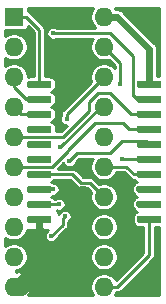
<source format=gbr>
G04 #@! TF.GenerationSoftware,KiCad,Pcbnew,(5.1.5)-3*
G04 #@! TF.CreationDate,2020-06-23T06:11:58-04:00*
G04 #@! TF.ProjectId,dip20soic573-373,64697032-3073-46f6-9963-3537332d3337,rev?*
G04 #@! TF.SameCoordinates,Original*
G04 #@! TF.FileFunction,Copper,L1,Top*
G04 #@! TF.FilePolarity,Positive*
%FSLAX46Y46*%
G04 Gerber Fmt 4.6, Leading zero omitted, Abs format (unit mm)*
G04 Created by KiCad (PCBNEW (5.1.5)-3) date 2020-06-23 06:11:58*
%MOMM*%
%LPD*%
G04 APERTURE LIST*
%ADD10R,1.600000X1.600000*%
%ADD11O,1.600000X1.600000*%
%ADD12C,0.100000*%
%ADD13C,0.400000*%
%ADD14C,0.800000*%
%ADD15C,0.250000*%
%ADD16C,0.600000*%
%ADD17C,1.500000*%
%ADD18C,0.239000*%
G04 APERTURE END LIST*
D10*
X106680000Y-71120000D03*
D11*
X114300000Y-93980000D03*
X106680000Y-73660000D03*
X114300000Y-91440000D03*
X106680000Y-76200000D03*
X114300000Y-88900000D03*
X106680000Y-78740000D03*
X114300000Y-86360000D03*
X106680000Y-81280000D03*
X114300000Y-83820000D03*
X106680000Y-83820000D03*
X114300000Y-81280000D03*
X106680000Y-86360000D03*
X114300000Y-78740000D03*
X106680000Y-88900000D03*
X114300000Y-76200000D03*
X106680000Y-91440000D03*
X114300000Y-73660000D03*
X106680000Y-93980000D03*
X114300000Y-71120000D03*
G04 #@! TA.AperFunction,SMDPad,CuDef*
D12*
G36*
X109716003Y-76535722D02*
G01*
X109730564Y-76537882D01*
X109744843Y-76541459D01*
X109758703Y-76546418D01*
X109772010Y-76552712D01*
X109784636Y-76560280D01*
X109796459Y-76569048D01*
X109807366Y-76578934D01*
X109817252Y-76589841D01*
X109826020Y-76601664D01*
X109833588Y-76614290D01*
X109839882Y-76627597D01*
X109844841Y-76641457D01*
X109848418Y-76655736D01*
X109850578Y-76670297D01*
X109851300Y-76685000D01*
X109851300Y-76985000D01*
X109850578Y-76999703D01*
X109848418Y-77014264D01*
X109844841Y-77028543D01*
X109839882Y-77042403D01*
X109833588Y-77055710D01*
X109826020Y-77068336D01*
X109817252Y-77080159D01*
X109807366Y-77091066D01*
X109796459Y-77100952D01*
X109784636Y-77109720D01*
X109772010Y-77117288D01*
X109758703Y-77123582D01*
X109744843Y-77128541D01*
X109730564Y-77132118D01*
X109716003Y-77134278D01*
X109701300Y-77135000D01*
X107951300Y-77135000D01*
X107936597Y-77134278D01*
X107922036Y-77132118D01*
X107907757Y-77128541D01*
X107893897Y-77123582D01*
X107880590Y-77117288D01*
X107867964Y-77109720D01*
X107856141Y-77100952D01*
X107845234Y-77091066D01*
X107835348Y-77080159D01*
X107826580Y-77068336D01*
X107819012Y-77055710D01*
X107812718Y-77042403D01*
X107807759Y-77028543D01*
X107804182Y-77014264D01*
X107802022Y-76999703D01*
X107801300Y-76985000D01*
X107801300Y-76685000D01*
X107802022Y-76670297D01*
X107804182Y-76655736D01*
X107807759Y-76641457D01*
X107812718Y-76627597D01*
X107819012Y-76614290D01*
X107826580Y-76601664D01*
X107835348Y-76589841D01*
X107845234Y-76578934D01*
X107856141Y-76569048D01*
X107867964Y-76560280D01*
X107880590Y-76552712D01*
X107893897Y-76546418D01*
X107907757Y-76541459D01*
X107922036Y-76537882D01*
X107936597Y-76535722D01*
X107951300Y-76535000D01*
X109701300Y-76535000D01*
X109716003Y-76535722D01*
G37*
G04 #@! TD.AperFunction*
G04 #@! TA.AperFunction,SMDPad,CuDef*
G36*
X109716003Y-77805722D02*
G01*
X109730564Y-77807882D01*
X109744843Y-77811459D01*
X109758703Y-77816418D01*
X109772010Y-77822712D01*
X109784636Y-77830280D01*
X109796459Y-77839048D01*
X109807366Y-77848934D01*
X109817252Y-77859841D01*
X109826020Y-77871664D01*
X109833588Y-77884290D01*
X109839882Y-77897597D01*
X109844841Y-77911457D01*
X109848418Y-77925736D01*
X109850578Y-77940297D01*
X109851300Y-77955000D01*
X109851300Y-78255000D01*
X109850578Y-78269703D01*
X109848418Y-78284264D01*
X109844841Y-78298543D01*
X109839882Y-78312403D01*
X109833588Y-78325710D01*
X109826020Y-78338336D01*
X109817252Y-78350159D01*
X109807366Y-78361066D01*
X109796459Y-78370952D01*
X109784636Y-78379720D01*
X109772010Y-78387288D01*
X109758703Y-78393582D01*
X109744843Y-78398541D01*
X109730564Y-78402118D01*
X109716003Y-78404278D01*
X109701300Y-78405000D01*
X107951300Y-78405000D01*
X107936597Y-78404278D01*
X107922036Y-78402118D01*
X107907757Y-78398541D01*
X107893897Y-78393582D01*
X107880590Y-78387288D01*
X107867964Y-78379720D01*
X107856141Y-78370952D01*
X107845234Y-78361066D01*
X107835348Y-78350159D01*
X107826580Y-78338336D01*
X107819012Y-78325710D01*
X107812718Y-78312403D01*
X107807759Y-78298543D01*
X107804182Y-78284264D01*
X107802022Y-78269703D01*
X107801300Y-78255000D01*
X107801300Y-77955000D01*
X107802022Y-77940297D01*
X107804182Y-77925736D01*
X107807759Y-77911457D01*
X107812718Y-77897597D01*
X107819012Y-77884290D01*
X107826580Y-77871664D01*
X107835348Y-77859841D01*
X107845234Y-77848934D01*
X107856141Y-77839048D01*
X107867964Y-77830280D01*
X107880590Y-77822712D01*
X107893897Y-77816418D01*
X107907757Y-77811459D01*
X107922036Y-77807882D01*
X107936597Y-77805722D01*
X107951300Y-77805000D01*
X109701300Y-77805000D01*
X109716003Y-77805722D01*
G37*
G04 #@! TD.AperFunction*
G04 #@! TA.AperFunction,SMDPad,CuDef*
G36*
X109716003Y-79075722D02*
G01*
X109730564Y-79077882D01*
X109744843Y-79081459D01*
X109758703Y-79086418D01*
X109772010Y-79092712D01*
X109784636Y-79100280D01*
X109796459Y-79109048D01*
X109807366Y-79118934D01*
X109817252Y-79129841D01*
X109826020Y-79141664D01*
X109833588Y-79154290D01*
X109839882Y-79167597D01*
X109844841Y-79181457D01*
X109848418Y-79195736D01*
X109850578Y-79210297D01*
X109851300Y-79225000D01*
X109851300Y-79525000D01*
X109850578Y-79539703D01*
X109848418Y-79554264D01*
X109844841Y-79568543D01*
X109839882Y-79582403D01*
X109833588Y-79595710D01*
X109826020Y-79608336D01*
X109817252Y-79620159D01*
X109807366Y-79631066D01*
X109796459Y-79640952D01*
X109784636Y-79649720D01*
X109772010Y-79657288D01*
X109758703Y-79663582D01*
X109744843Y-79668541D01*
X109730564Y-79672118D01*
X109716003Y-79674278D01*
X109701300Y-79675000D01*
X107951300Y-79675000D01*
X107936597Y-79674278D01*
X107922036Y-79672118D01*
X107907757Y-79668541D01*
X107893897Y-79663582D01*
X107880590Y-79657288D01*
X107867964Y-79649720D01*
X107856141Y-79640952D01*
X107845234Y-79631066D01*
X107835348Y-79620159D01*
X107826580Y-79608336D01*
X107819012Y-79595710D01*
X107812718Y-79582403D01*
X107807759Y-79568543D01*
X107804182Y-79554264D01*
X107802022Y-79539703D01*
X107801300Y-79525000D01*
X107801300Y-79225000D01*
X107802022Y-79210297D01*
X107804182Y-79195736D01*
X107807759Y-79181457D01*
X107812718Y-79167597D01*
X107819012Y-79154290D01*
X107826580Y-79141664D01*
X107835348Y-79129841D01*
X107845234Y-79118934D01*
X107856141Y-79109048D01*
X107867964Y-79100280D01*
X107880590Y-79092712D01*
X107893897Y-79086418D01*
X107907757Y-79081459D01*
X107922036Y-79077882D01*
X107936597Y-79075722D01*
X107951300Y-79075000D01*
X109701300Y-79075000D01*
X109716003Y-79075722D01*
G37*
G04 #@! TD.AperFunction*
G04 #@! TA.AperFunction,SMDPad,CuDef*
G36*
X109716003Y-80345722D02*
G01*
X109730564Y-80347882D01*
X109744843Y-80351459D01*
X109758703Y-80356418D01*
X109772010Y-80362712D01*
X109784636Y-80370280D01*
X109796459Y-80379048D01*
X109807366Y-80388934D01*
X109817252Y-80399841D01*
X109826020Y-80411664D01*
X109833588Y-80424290D01*
X109839882Y-80437597D01*
X109844841Y-80451457D01*
X109848418Y-80465736D01*
X109850578Y-80480297D01*
X109851300Y-80495000D01*
X109851300Y-80795000D01*
X109850578Y-80809703D01*
X109848418Y-80824264D01*
X109844841Y-80838543D01*
X109839882Y-80852403D01*
X109833588Y-80865710D01*
X109826020Y-80878336D01*
X109817252Y-80890159D01*
X109807366Y-80901066D01*
X109796459Y-80910952D01*
X109784636Y-80919720D01*
X109772010Y-80927288D01*
X109758703Y-80933582D01*
X109744843Y-80938541D01*
X109730564Y-80942118D01*
X109716003Y-80944278D01*
X109701300Y-80945000D01*
X107951300Y-80945000D01*
X107936597Y-80944278D01*
X107922036Y-80942118D01*
X107907757Y-80938541D01*
X107893897Y-80933582D01*
X107880590Y-80927288D01*
X107867964Y-80919720D01*
X107856141Y-80910952D01*
X107845234Y-80901066D01*
X107835348Y-80890159D01*
X107826580Y-80878336D01*
X107819012Y-80865710D01*
X107812718Y-80852403D01*
X107807759Y-80838543D01*
X107804182Y-80824264D01*
X107802022Y-80809703D01*
X107801300Y-80795000D01*
X107801300Y-80495000D01*
X107802022Y-80480297D01*
X107804182Y-80465736D01*
X107807759Y-80451457D01*
X107812718Y-80437597D01*
X107819012Y-80424290D01*
X107826580Y-80411664D01*
X107835348Y-80399841D01*
X107845234Y-80388934D01*
X107856141Y-80379048D01*
X107867964Y-80370280D01*
X107880590Y-80362712D01*
X107893897Y-80356418D01*
X107907757Y-80351459D01*
X107922036Y-80347882D01*
X107936597Y-80345722D01*
X107951300Y-80345000D01*
X109701300Y-80345000D01*
X109716003Y-80345722D01*
G37*
G04 #@! TD.AperFunction*
G04 #@! TA.AperFunction,SMDPad,CuDef*
G36*
X109716003Y-81615722D02*
G01*
X109730564Y-81617882D01*
X109744843Y-81621459D01*
X109758703Y-81626418D01*
X109772010Y-81632712D01*
X109784636Y-81640280D01*
X109796459Y-81649048D01*
X109807366Y-81658934D01*
X109817252Y-81669841D01*
X109826020Y-81681664D01*
X109833588Y-81694290D01*
X109839882Y-81707597D01*
X109844841Y-81721457D01*
X109848418Y-81735736D01*
X109850578Y-81750297D01*
X109851300Y-81765000D01*
X109851300Y-82065000D01*
X109850578Y-82079703D01*
X109848418Y-82094264D01*
X109844841Y-82108543D01*
X109839882Y-82122403D01*
X109833588Y-82135710D01*
X109826020Y-82148336D01*
X109817252Y-82160159D01*
X109807366Y-82171066D01*
X109796459Y-82180952D01*
X109784636Y-82189720D01*
X109772010Y-82197288D01*
X109758703Y-82203582D01*
X109744843Y-82208541D01*
X109730564Y-82212118D01*
X109716003Y-82214278D01*
X109701300Y-82215000D01*
X107951300Y-82215000D01*
X107936597Y-82214278D01*
X107922036Y-82212118D01*
X107907757Y-82208541D01*
X107893897Y-82203582D01*
X107880590Y-82197288D01*
X107867964Y-82189720D01*
X107856141Y-82180952D01*
X107845234Y-82171066D01*
X107835348Y-82160159D01*
X107826580Y-82148336D01*
X107819012Y-82135710D01*
X107812718Y-82122403D01*
X107807759Y-82108543D01*
X107804182Y-82094264D01*
X107802022Y-82079703D01*
X107801300Y-82065000D01*
X107801300Y-81765000D01*
X107802022Y-81750297D01*
X107804182Y-81735736D01*
X107807759Y-81721457D01*
X107812718Y-81707597D01*
X107819012Y-81694290D01*
X107826580Y-81681664D01*
X107835348Y-81669841D01*
X107845234Y-81658934D01*
X107856141Y-81649048D01*
X107867964Y-81640280D01*
X107880590Y-81632712D01*
X107893897Y-81626418D01*
X107907757Y-81621459D01*
X107922036Y-81617882D01*
X107936597Y-81615722D01*
X107951300Y-81615000D01*
X109701300Y-81615000D01*
X109716003Y-81615722D01*
G37*
G04 #@! TD.AperFunction*
G04 #@! TA.AperFunction,SMDPad,CuDef*
G36*
X109716003Y-82885722D02*
G01*
X109730564Y-82887882D01*
X109744843Y-82891459D01*
X109758703Y-82896418D01*
X109772010Y-82902712D01*
X109784636Y-82910280D01*
X109796459Y-82919048D01*
X109807366Y-82928934D01*
X109817252Y-82939841D01*
X109826020Y-82951664D01*
X109833588Y-82964290D01*
X109839882Y-82977597D01*
X109844841Y-82991457D01*
X109848418Y-83005736D01*
X109850578Y-83020297D01*
X109851300Y-83035000D01*
X109851300Y-83335000D01*
X109850578Y-83349703D01*
X109848418Y-83364264D01*
X109844841Y-83378543D01*
X109839882Y-83392403D01*
X109833588Y-83405710D01*
X109826020Y-83418336D01*
X109817252Y-83430159D01*
X109807366Y-83441066D01*
X109796459Y-83450952D01*
X109784636Y-83459720D01*
X109772010Y-83467288D01*
X109758703Y-83473582D01*
X109744843Y-83478541D01*
X109730564Y-83482118D01*
X109716003Y-83484278D01*
X109701300Y-83485000D01*
X107951300Y-83485000D01*
X107936597Y-83484278D01*
X107922036Y-83482118D01*
X107907757Y-83478541D01*
X107893897Y-83473582D01*
X107880590Y-83467288D01*
X107867964Y-83459720D01*
X107856141Y-83450952D01*
X107845234Y-83441066D01*
X107835348Y-83430159D01*
X107826580Y-83418336D01*
X107819012Y-83405710D01*
X107812718Y-83392403D01*
X107807759Y-83378543D01*
X107804182Y-83364264D01*
X107802022Y-83349703D01*
X107801300Y-83335000D01*
X107801300Y-83035000D01*
X107802022Y-83020297D01*
X107804182Y-83005736D01*
X107807759Y-82991457D01*
X107812718Y-82977597D01*
X107819012Y-82964290D01*
X107826580Y-82951664D01*
X107835348Y-82939841D01*
X107845234Y-82928934D01*
X107856141Y-82919048D01*
X107867964Y-82910280D01*
X107880590Y-82902712D01*
X107893897Y-82896418D01*
X107907757Y-82891459D01*
X107922036Y-82887882D01*
X107936597Y-82885722D01*
X107951300Y-82885000D01*
X109701300Y-82885000D01*
X109716003Y-82885722D01*
G37*
G04 #@! TD.AperFunction*
G04 #@! TA.AperFunction,SMDPad,CuDef*
G36*
X109716003Y-84155722D02*
G01*
X109730564Y-84157882D01*
X109744843Y-84161459D01*
X109758703Y-84166418D01*
X109772010Y-84172712D01*
X109784636Y-84180280D01*
X109796459Y-84189048D01*
X109807366Y-84198934D01*
X109817252Y-84209841D01*
X109826020Y-84221664D01*
X109833588Y-84234290D01*
X109839882Y-84247597D01*
X109844841Y-84261457D01*
X109848418Y-84275736D01*
X109850578Y-84290297D01*
X109851300Y-84305000D01*
X109851300Y-84605000D01*
X109850578Y-84619703D01*
X109848418Y-84634264D01*
X109844841Y-84648543D01*
X109839882Y-84662403D01*
X109833588Y-84675710D01*
X109826020Y-84688336D01*
X109817252Y-84700159D01*
X109807366Y-84711066D01*
X109796459Y-84720952D01*
X109784636Y-84729720D01*
X109772010Y-84737288D01*
X109758703Y-84743582D01*
X109744843Y-84748541D01*
X109730564Y-84752118D01*
X109716003Y-84754278D01*
X109701300Y-84755000D01*
X107951300Y-84755000D01*
X107936597Y-84754278D01*
X107922036Y-84752118D01*
X107907757Y-84748541D01*
X107893897Y-84743582D01*
X107880590Y-84737288D01*
X107867964Y-84729720D01*
X107856141Y-84720952D01*
X107845234Y-84711066D01*
X107835348Y-84700159D01*
X107826580Y-84688336D01*
X107819012Y-84675710D01*
X107812718Y-84662403D01*
X107807759Y-84648543D01*
X107804182Y-84634264D01*
X107802022Y-84619703D01*
X107801300Y-84605000D01*
X107801300Y-84305000D01*
X107802022Y-84290297D01*
X107804182Y-84275736D01*
X107807759Y-84261457D01*
X107812718Y-84247597D01*
X107819012Y-84234290D01*
X107826580Y-84221664D01*
X107835348Y-84209841D01*
X107845234Y-84198934D01*
X107856141Y-84189048D01*
X107867964Y-84180280D01*
X107880590Y-84172712D01*
X107893897Y-84166418D01*
X107907757Y-84161459D01*
X107922036Y-84157882D01*
X107936597Y-84155722D01*
X107951300Y-84155000D01*
X109701300Y-84155000D01*
X109716003Y-84155722D01*
G37*
G04 #@! TD.AperFunction*
G04 #@! TA.AperFunction,SMDPad,CuDef*
G36*
X109716003Y-85425722D02*
G01*
X109730564Y-85427882D01*
X109744843Y-85431459D01*
X109758703Y-85436418D01*
X109772010Y-85442712D01*
X109784636Y-85450280D01*
X109796459Y-85459048D01*
X109807366Y-85468934D01*
X109817252Y-85479841D01*
X109826020Y-85491664D01*
X109833588Y-85504290D01*
X109839882Y-85517597D01*
X109844841Y-85531457D01*
X109848418Y-85545736D01*
X109850578Y-85560297D01*
X109851300Y-85575000D01*
X109851300Y-85875000D01*
X109850578Y-85889703D01*
X109848418Y-85904264D01*
X109844841Y-85918543D01*
X109839882Y-85932403D01*
X109833588Y-85945710D01*
X109826020Y-85958336D01*
X109817252Y-85970159D01*
X109807366Y-85981066D01*
X109796459Y-85990952D01*
X109784636Y-85999720D01*
X109772010Y-86007288D01*
X109758703Y-86013582D01*
X109744843Y-86018541D01*
X109730564Y-86022118D01*
X109716003Y-86024278D01*
X109701300Y-86025000D01*
X107951300Y-86025000D01*
X107936597Y-86024278D01*
X107922036Y-86022118D01*
X107907757Y-86018541D01*
X107893897Y-86013582D01*
X107880590Y-86007288D01*
X107867964Y-85999720D01*
X107856141Y-85990952D01*
X107845234Y-85981066D01*
X107835348Y-85970159D01*
X107826580Y-85958336D01*
X107819012Y-85945710D01*
X107812718Y-85932403D01*
X107807759Y-85918543D01*
X107804182Y-85904264D01*
X107802022Y-85889703D01*
X107801300Y-85875000D01*
X107801300Y-85575000D01*
X107802022Y-85560297D01*
X107804182Y-85545736D01*
X107807759Y-85531457D01*
X107812718Y-85517597D01*
X107819012Y-85504290D01*
X107826580Y-85491664D01*
X107835348Y-85479841D01*
X107845234Y-85468934D01*
X107856141Y-85459048D01*
X107867964Y-85450280D01*
X107880590Y-85442712D01*
X107893897Y-85436418D01*
X107907757Y-85431459D01*
X107922036Y-85427882D01*
X107936597Y-85425722D01*
X107951300Y-85425000D01*
X109701300Y-85425000D01*
X109716003Y-85425722D01*
G37*
G04 #@! TD.AperFunction*
G04 #@! TA.AperFunction,SMDPad,CuDef*
G36*
X109716003Y-86695722D02*
G01*
X109730564Y-86697882D01*
X109744843Y-86701459D01*
X109758703Y-86706418D01*
X109772010Y-86712712D01*
X109784636Y-86720280D01*
X109796459Y-86729048D01*
X109807366Y-86738934D01*
X109817252Y-86749841D01*
X109826020Y-86761664D01*
X109833588Y-86774290D01*
X109839882Y-86787597D01*
X109844841Y-86801457D01*
X109848418Y-86815736D01*
X109850578Y-86830297D01*
X109851300Y-86845000D01*
X109851300Y-87145000D01*
X109850578Y-87159703D01*
X109848418Y-87174264D01*
X109844841Y-87188543D01*
X109839882Y-87202403D01*
X109833588Y-87215710D01*
X109826020Y-87228336D01*
X109817252Y-87240159D01*
X109807366Y-87251066D01*
X109796459Y-87260952D01*
X109784636Y-87269720D01*
X109772010Y-87277288D01*
X109758703Y-87283582D01*
X109744843Y-87288541D01*
X109730564Y-87292118D01*
X109716003Y-87294278D01*
X109701300Y-87295000D01*
X107951300Y-87295000D01*
X107936597Y-87294278D01*
X107922036Y-87292118D01*
X107907757Y-87288541D01*
X107893897Y-87283582D01*
X107880590Y-87277288D01*
X107867964Y-87269720D01*
X107856141Y-87260952D01*
X107845234Y-87251066D01*
X107835348Y-87240159D01*
X107826580Y-87228336D01*
X107819012Y-87215710D01*
X107812718Y-87202403D01*
X107807759Y-87188543D01*
X107804182Y-87174264D01*
X107802022Y-87159703D01*
X107801300Y-87145000D01*
X107801300Y-86845000D01*
X107802022Y-86830297D01*
X107804182Y-86815736D01*
X107807759Y-86801457D01*
X107812718Y-86787597D01*
X107819012Y-86774290D01*
X107826580Y-86761664D01*
X107835348Y-86749841D01*
X107845234Y-86738934D01*
X107856141Y-86729048D01*
X107867964Y-86720280D01*
X107880590Y-86712712D01*
X107893897Y-86706418D01*
X107907757Y-86701459D01*
X107922036Y-86697882D01*
X107936597Y-86695722D01*
X107951300Y-86695000D01*
X109701300Y-86695000D01*
X109716003Y-86695722D01*
G37*
G04 #@! TD.AperFunction*
G04 #@! TA.AperFunction,SMDPad,CuDef*
G36*
X109716003Y-87965722D02*
G01*
X109730564Y-87967882D01*
X109744843Y-87971459D01*
X109758703Y-87976418D01*
X109772010Y-87982712D01*
X109784636Y-87990280D01*
X109796459Y-87999048D01*
X109807366Y-88008934D01*
X109817252Y-88019841D01*
X109826020Y-88031664D01*
X109833588Y-88044290D01*
X109839882Y-88057597D01*
X109844841Y-88071457D01*
X109848418Y-88085736D01*
X109850578Y-88100297D01*
X109851300Y-88115000D01*
X109851300Y-88415000D01*
X109850578Y-88429703D01*
X109848418Y-88444264D01*
X109844841Y-88458543D01*
X109839882Y-88472403D01*
X109833588Y-88485710D01*
X109826020Y-88498336D01*
X109817252Y-88510159D01*
X109807366Y-88521066D01*
X109796459Y-88530952D01*
X109784636Y-88539720D01*
X109772010Y-88547288D01*
X109758703Y-88553582D01*
X109744843Y-88558541D01*
X109730564Y-88562118D01*
X109716003Y-88564278D01*
X109701300Y-88565000D01*
X107951300Y-88565000D01*
X107936597Y-88564278D01*
X107922036Y-88562118D01*
X107907757Y-88558541D01*
X107893897Y-88553582D01*
X107880590Y-88547288D01*
X107867964Y-88539720D01*
X107856141Y-88530952D01*
X107845234Y-88521066D01*
X107835348Y-88510159D01*
X107826580Y-88498336D01*
X107819012Y-88485710D01*
X107812718Y-88472403D01*
X107807759Y-88458543D01*
X107804182Y-88444264D01*
X107802022Y-88429703D01*
X107801300Y-88415000D01*
X107801300Y-88115000D01*
X107802022Y-88100297D01*
X107804182Y-88085736D01*
X107807759Y-88071457D01*
X107812718Y-88057597D01*
X107819012Y-88044290D01*
X107826580Y-88031664D01*
X107835348Y-88019841D01*
X107845234Y-88008934D01*
X107856141Y-87999048D01*
X107867964Y-87990280D01*
X107880590Y-87982712D01*
X107893897Y-87976418D01*
X107907757Y-87971459D01*
X107922036Y-87967882D01*
X107936597Y-87965722D01*
X107951300Y-87965000D01*
X109701300Y-87965000D01*
X109716003Y-87965722D01*
G37*
G04 #@! TD.AperFunction*
G04 #@! TA.AperFunction,SMDPad,CuDef*
G36*
X119016003Y-87965722D02*
G01*
X119030564Y-87967882D01*
X119044843Y-87971459D01*
X119058703Y-87976418D01*
X119072010Y-87982712D01*
X119084636Y-87990280D01*
X119096459Y-87999048D01*
X119107366Y-88008934D01*
X119117252Y-88019841D01*
X119126020Y-88031664D01*
X119133588Y-88044290D01*
X119139882Y-88057597D01*
X119144841Y-88071457D01*
X119148418Y-88085736D01*
X119150578Y-88100297D01*
X119151300Y-88115000D01*
X119151300Y-88415000D01*
X119150578Y-88429703D01*
X119148418Y-88444264D01*
X119144841Y-88458543D01*
X119139882Y-88472403D01*
X119133588Y-88485710D01*
X119126020Y-88498336D01*
X119117252Y-88510159D01*
X119107366Y-88521066D01*
X119096459Y-88530952D01*
X119084636Y-88539720D01*
X119072010Y-88547288D01*
X119058703Y-88553582D01*
X119044843Y-88558541D01*
X119030564Y-88562118D01*
X119016003Y-88564278D01*
X119001300Y-88565000D01*
X117251300Y-88565000D01*
X117236597Y-88564278D01*
X117222036Y-88562118D01*
X117207757Y-88558541D01*
X117193897Y-88553582D01*
X117180590Y-88547288D01*
X117167964Y-88539720D01*
X117156141Y-88530952D01*
X117145234Y-88521066D01*
X117135348Y-88510159D01*
X117126580Y-88498336D01*
X117119012Y-88485710D01*
X117112718Y-88472403D01*
X117107759Y-88458543D01*
X117104182Y-88444264D01*
X117102022Y-88429703D01*
X117101300Y-88415000D01*
X117101300Y-88115000D01*
X117102022Y-88100297D01*
X117104182Y-88085736D01*
X117107759Y-88071457D01*
X117112718Y-88057597D01*
X117119012Y-88044290D01*
X117126580Y-88031664D01*
X117135348Y-88019841D01*
X117145234Y-88008934D01*
X117156141Y-87999048D01*
X117167964Y-87990280D01*
X117180590Y-87982712D01*
X117193897Y-87976418D01*
X117207757Y-87971459D01*
X117222036Y-87967882D01*
X117236597Y-87965722D01*
X117251300Y-87965000D01*
X119001300Y-87965000D01*
X119016003Y-87965722D01*
G37*
G04 #@! TD.AperFunction*
G04 #@! TA.AperFunction,SMDPad,CuDef*
G36*
X119016003Y-86695722D02*
G01*
X119030564Y-86697882D01*
X119044843Y-86701459D01*
X119058703Y-86706418D01*
X119072010Y-86712712D01*
X119084636Y-86720280D01*
X119096459Y-86729048D01*
X119107366Y-86738934D01*
X119117252Y-86749841D01*
X119126020Y-86761664D01*
X119133588Y-86774290D01*
X119139882Y-86787597D01*
X119144841Y-86801457D01*
X119148418Y-86815736D01*
X119150578Y-86830297D01*
X119151300Y-86845000D01*
X119151300Y-87145000D01*
X119150578Y-87159703D01*
X119148418Y-87174264D01*
X119144841Y-87188543D01*
X119139882Y-87202403D01*
X119133588Y-87215710D01*
X119126020Y-87228336D01*
X119117252Y-87240159D01*
X119107366Y-87251066D01*
X119096459Y-87260952D01*
X119084636Y-87269720D01*
X119072010Y-87277288D01*
X119058703Y-87283582D01*
X119044843Y-87288541D01*
X119030564Y-87292118D01*
X119016003Y-87294278D01*
X119001300Y-87295000D01*
X117251300Y-87295000D01*
X117236597Y-87294278D01*
X117222036Y-87292118D01*
X117207757Y-87288541D01*
X117193897Y-87283582D01*
X117180590Y-87277288D01*
X117167964Y-87269720D01*
X117156141Y-87260952D01*
X117145234Y-87251066D01*
X117135348Y-87240159D01*
X117126580Y-87228336D01*
X117119012Y-87215710D01*
X117112718Y-87202403D01*
X117107759Y-87188543D01*
X117104182Y-87174264D01*
X117102022Y-87159703D01*
X117101300Y-87145000D01*
X117101300Y-86845000D01*
X117102022Y-86830297D01*
X117104182Y-86815736D01*
X117107759Y-86801457D01*
X117112718Y-86787597D01*
X117119012Y-86774290D01*
X117126580Y-86761664D01*
X117135348Y-86749841D01*
X117145234Y-86738934D01*
X117156141Y-86729048D01*
X117167964Y-86720280D01*
X117180590Y-86712712D01*
X117193897Y-86706418D01*
X117207757Y-86701459D01*
X117222036Y-86697882D01*
X117236597Y-86695722D01*
X117251300Y-86695000D01*
X119001300Y-86695000D01*
X119016003Y-86695722D01*
G37*
G04 #@! TD.AperFunction*
G04 #@! TA.AperFunction,SMDPad,CuDef*
G36*
X119016003Y-85425722D02*
G01*
X119030564Y-85427882D01*
X119044843Y-85431459D01*
X119058703Y-85436418D01*
X119072010Y-85442712D01*
X119084636Y-85450280D01*
X119096459Y-85459048D01*
X119107366Y-85468934D01*
X119117252Y-85479841D01*
X119126020Y-85491664D01*
X119133588Y-85504290D01*
X119139882Y-85517597D01*
X119144841Y-85531457D01*
X119148418Y-85545736D01*
X119150578Y-85560297D01*
X119151300Y-85575000D01*
X119151300Y-85875000D01*
X119150578Y-85889703D01*
X119148418Y-85904264D01*
X119144841Y-85918543D01*
X119139882Y-85932403D01*
X119133588Y-85945710D01*
X119126020Y-85958336D01*
X119117252Y-85970159D01*
X119107366Y-85981066D01*
X119096459Y-85990952D01*
X119084636Y-85999720D01*
X119072010Y-86007288D01*
X119058703Y-86013582D01*
X119044843Y-86018541D01*
X119030564Y-86022118D01*
X119016003Y-86024278D01*
X119001300Y-86025000D01*
X117251300Y-86025000D01*
X117236597Y-86024278D01*
X117222036Y-86022118D01*
X117207757Y-86018541D01*
X117193897Y-86013582D01*
X117180590Y-86007288D01*
X117167964Y-85999720D01*
X117156141Y-85990952D01*
X117145234Y-85981066D01*
X117135348Y-85970159D01*
X117126580Y-85958336D01*
X117119012Y-85945710D01*
X117112718Y-85932403D01*
X117107759Y-85918543D01*
X117104182Y-85904264D01*
X117102022Y-85889703D01*
X117101300Y-85875000D01*
X117101300Y-85575000D01*
X117102022Y-85560297D01*
X117104182Y-85545736D01*
X117107759Y-85531457D01*
X117112718Y-85517597D01*
X117119012Y-85504290D01*
X117126580Y-85491664D01*
X117135348Y-85479841D01*
X117145234Y-85468934D01*
X117156141Y-85459048D01*
X117167964Y-85450280D01*
X117180590Y-85442712D01*
X117193897Y-85436418D01*
X117207757Y-85431459D01*
X117222036Y-85427882D01*
X117236597Y-85425722D01*
X117251300Y-85425000D01*
X119001300Y-85425000D01*
X119016003Y-85425722D01*
G37*
G04 #@! TD.AperFunction*
G04 #@! TA.AperFunction,SMDPad,CuDef*
G36*
X119016003Y-84155722D02*
G01*
X119030564Y-84157882D01*
X119044843Y-84161459D01*
X119058703Y-84166418D01*
X119072010Y-84172712D01*
X119084636Y-84180280D01*
X119096459Y-84189048D01*
X119107366Y-84198934D01*
X119117252Y-84209841D01*
X119126020Y-84221664D01*
X119133588Y-84234290D01*
X119139882Y-84247597D01*
X119144841Y-84261457D01*
X119148418Y-84275736D01*
X119150578Y-84290297D01*
X119151300Y-84305000D01*
X119151300Y-84605000D01*
X119150578Y-84619703D01*
X119148418Y-84634264D01*
X119144841Y-84648543D01*
X119139882Y-84662403D01*
X119133588Y-84675710D01*
X119126020Y-84688336D01*
X119117252Y-84700159D01*
X119107366Y-84711066D01*
X119096459Y-84720952D01*
X119084636Y-84729720D01*
X119072010Y-84737288D01*
X119058703Y-84743582D01*
X119044843Y-84748541D01*
X119030564Y-84752118D01*
X119016003Y-84754278D01*
X119001300Y-84755000D01*
X117251300Y-84755000D01*
X117236597Y-84754278D01*
X117222036Y-84752118D01*
X117207757Y-84748541D01*
X117193897Y-84743582D01*
X117180590Y-84737288D01*
X117167964Y-84729720D01*
X117156141Y-84720952D01*
X117145234Y-84711066D01*
X117135348Y-84700159D01*
X117126580Y-84688336D01*
X117119012Y-84675710D01*
X117112718Y-84662403D01*
X117107759Y-84648543D01*
X117104182Y-84634264D01*
X117102022Y-84619703D01*
X117101300Y-84605000D01*
X117101300Y-84305000D01*
X117102022Y-84290297D01*
X117104182Y-84275736D01*
X117107759Y-84261457D01*
X117112718Y-84247597D01*
X117119012Y-84234290D01*
X117126580Y-84221664D01*
X117135348Y-84209841D01*
X117145234Y-84198934D01*
X117156141Y-84189048D01*
X117167964Y-84180280D01*
X117180590Y-84172712D01*
X117193897Y-84166418D01*
X117207757Y-84161459D01*
X117222036Y-84157882D01*
X117236597Y-84155722D01*
X117251300Y-84155000D01*
X119001300Y-84155000D01*
X119016003Y-84155722D01*
G37*
G04 #@! TD.AperFunction*
G04 #@! TA.AperFunction,SMDPad,CuDef*
G36*
X119016003Y-82885722D02*
G01*
X119030564Y-82887882D01*
X119044843Y-82891459D01*
X119058703Y-82896418D01*
X119072010Y-82902712D01*
X119084636Y-82910280D01*
X119096459Y-82919048D01*
X119107366Y-82928934D01*
X119117252Y-82939841D01*
X119126020Y-82951664D01*
X119133588Y-82964290D01*
X119139882Y-82977597D01*
X119144841Y-82991457D01*
X119148418Y-83005736D01*
X119150578Y-83020297D01*
X119151300Y-83035000D01*
X119151300Y-83335000D01*
X119150578Y-83349703D01*
X119148418Y-83364264D01*
X119144841Y-83378543D01*
X119139882Y-83392403D01*
X119133588Y-83405710D01*
X119126020Y-83418336D01*
X119117252Y-83430159D01*
X119107366Y-83441066D01*
X119096459Y-83450952D01*
X119084636Y-83459720D01*
X119072010Y-83467288D01*
X119058703Y-83473582D01*
X119044843Y-83478541D01*
X119030564Y-83482118D01*
X119016003Y-83484278D01*
X119001300Y-83485000D01*
X117251300Y-83485000D01*
X117236597Y-83484278D01*
X117222036Y-83482118D01*
X117207757Y-83478541D01*
X117193897Y-83473582D01*
X117180590Y-83467288D01*
X117167964Y-83459720D01*
X117156141Y-83450952D01*
X117145234Y-83441066D01*
X117135348Y-83430159D01*
X117126580Y-83418336D01*
X117119012Y-83405710D01*
X117112718Y-83392403D01*
X117107759Y-83378543D01*
X117104182Y-83364264D01*
X117102022Y-83349703D01*
X117101300Y-83335000D01*
X117101300Y-83035000D01*
X117102022Y-83020297D01*
X117104182Y-83005736D01*
X117107759Y-82991457D01*
X117112718Y-82977597D01*
X117119012Y-82964290D01*
X117126580Y-82951664D01*
X117135348Y-82939841D01*
X117145234Y-82928934D01*
X117156141Y-82919048D01*
X117167964Y-82910280D01*
X117180590Y-82902712D01*
X117193897Y-82896418D01*
X117207757Y-82891459D01*
X117222036Y-82887882D01*
X117236597Y-82885722D01*
X117251300Y-82885000D01*
X119001300Y-82885000D01*
X119016003Y-82885722D01*
G37*
G04 #@! TD.AperFunction*
G04 #@! TA.AperFunction,SMDPad,CuDef*
G36*
X119016003Y-81615722D02*
G01*
X119030564Y-81617882D01*
X119044843Y-81621459D01*
X119058703Y-81626418D01*
X119072010Y-81632712D01*
X119084636Y-81640280D01*
X119096459Y-81649048D01*
X119107366Y-81658934D01*
X119117252Y-81669841D01*
X119126020Y-81681664D01*
X119133588Y-81694290D01*
X119139882Y-81707597D01*
X119144841Y-81721457D01*
X119148418Y-81735736D01*
X119150578Y-81750297D01*
X119151300Y-81765000D01*
X119151300Y-82065000D01*
X119150578Y-82079703D01*
X119148418Y-82094264D01*
X119144841Y-82108543D01*
X119139882Y-82122403D01*
X119133588Y-82135710D01*
X119126020Y-82148336D01*
X119117252Y-82160159D01*
X119107366Y-82171066D01*
X119096459Y-82180952D01*
X119084636Y-82189720D01*
X119072010Y-82197288D01*
X119058703Y-82203582D01*
X119044843Y-82208541D01*
X119030564Y-82212118D01*
X119016003Y-82214278D01*
X119001300Y-82215000D01*
X117251300Y-82215000D01*
X117236597Y-82214278D01*
X117222036Y-82212118D01*
X117207757Y-82208541D01*
X117193897Y-82203582D01*
X117180590Y-82197288D01*
X117167964Y-82189720D01*
X117156141Y-82180952D01*
X117145234Y-82171066D01*
X117135348Y-82160159D01*
X117126580Y-82148336D01*
X117119012Y-82135710D01*
X117112718Y-82122403D01*
X117107759Y-82108543D01*
X117104182Y-82094264D01*
X117102022Y-82079703D01*
X117101300Y-82065000D01*
X117101300Y-81765000D01*
X117102022Y-81750297D01*
X117104182Y-81735736D01*
X117107759Y-81721457D01*
X117112718Y-81707597D01*
X117119012Y-81694290D01*
X117126580Y-81681664D01*
X117135348Y-81669841D01*
X117145234Y-81658934D01*
X117156141Y-81649048D01*
X117167964Y-81640280D01*
X117180590Y-81632712D01*
X117193897Y-81626418D01*
X117207757Y-81621459D01*
X117222036Y-81617882D01*
X117236597Y-81615722D01*
X117251300Y-81615000D01*
X119001300Y-81615000D01*
X119016003Y-81615722D01*
G37*
G04 #@! TD.AperFunction*
G04 #@! TA.AperFunction,SMDPad,CuDef*
G36*
X119016003Y-80345722D02*
G01*
X119030564Y-80347882D01*
X119044843Y-80351459D01*
X119058703Y-80356418D01*
X119072010Y-80362712D01*
X119084636Y-80370280D01*
X119096459Y-80379048D01*
X119107366Y-80388934D01*
X119117252Y-80399841D01*
X119126020Y-80411664D01*
X119133588Y-80424290D01*
X119139882Y-80437597D01*
X119144841Y-80451457D01*
X119148418Y-80465736D01*
X119150578Y-80480297D01*
X119151300Y-80495000D01*
X119151300Y-80795000D01*
X119150578Y-80809703D01*
X119148418Y-80824264D01*
X119144841Y-80838543D01*
X119139882Y-80852403D01*
X119133588Y-80865710D01*
X119126020Y-80878336D01*
X119117252Y-80890159D01*
X119107366Y-80901066D01*
X119096459Y-80910952D01*
X119084636Y-80919720D01*
X119072010Y-80927288D01*
X119058703Y-80933582D01*
X119044843Y-80938541D01*
X119030564Y-80942118D01*
X119016003Y-80944278D01*
X119001300Y-80945000D01*
X117251300Y-80945000D01*
X117236597Y-80944278D01*
X117222036Y-80942118D01*
X117207757Y-80938541D01*
X117193897Y-80933582D01*
X117180590Y-80927288D01*
X117167964Y-80919720D01*
X117156141Y-80910952D01*
X117145234Y-80901066D01*
X117135348Y-80890159D01*
X117126580Y-80878336D01*
X117119012Y-80865710D01*
X117112718Y-80852403D01*
X117107759Y-80838543D01*
X117104182Y-80824264D01*
X117102022Y-80809703D01*
X117101300Y-80795000D01*
X117101300Y-80495000D01*
X117102022Y-80480297D01*
X117104182Y-80465736D01*
X117107759Y-80451457D01*
X117112718Y-80437597D01*
X117119012Y-80424290D01*
X117126580Y-80411664D01*
X117135348Y-80399841D01*
X117145234Y-80388934D01*
X117156141Y-80379048D01*
X117167964Y-80370280D01*
X117180590Y-80362712D01*
X117193897Y-80356418D01*
X117207757Y-80351459D01*
X117222036Y-80347882D01*
X117236597Y-80345722D01*
X117251300Y-80345000D01*
X119001300Y-80345000D01*
X119016003Y-80345722D01*
G37*
G04 #@! TD.AperFunction*
G04 #@! TA.AperFunction,SMDPad,CuDef*
G36*
X119016003Y-79075722D02*
G01*
X119030564Y-79077882D01*
X119044843Y-79081459D01*
X119058703Y-79086418D01*
X119072010Y-79092712D01*
X119084636Y-79100280D01*
X119096459Y-79109048D01*
X119107366Y-79118934D01*
X119117252Y-79129841D01*
X119126020Y-79141664D01*
X119133588Y-79154290D01*
X119139882Y-79167597D01*
X119144841Y-79181457D01*
X119148418Y-79195736D01*
X119150578Y-79210297D01*
X119151300Y-79225000D01*
X119151300Y-79525000D01*
X119150578Y-79539703D01*
X119148418Y-79554264D01*
X119144841Y-79568543D01*
X119139882Y-79582403D01*
X119133588Y-79595710D01*
X119126020Y-79608336D01*
X119117252Y-79620159D01*
X119107366Y-79631066D01*
X119096459Y-79640952D01*
X119084636Y-79649720D01*
X119072010Y-79657288D01*
X119058703Y-79663582D01*
X119044843Y-79668541D01*
X119030564Y-79672118D01*
X119016003Y-79674278D01*
X119001300Y-79675000D01*
X117251300Y-79675000D01*
X117236597Y-79674278D01*
X117222036Y-79672118D01*
X117207757Y-79668541D01*
X117193897Y-79663582D01*
X117180590Y-79657288D01*
X117167964Y-79649720D01*
X117156141Y-79640952D01*
X117145234Y-79631066D01*
X117135348Y-79620159D01*
X117126580Y-79608336D01*
X117119012Y-79595710D01*
X117112718Y-79582403D01*
X117107759Y-79568543D01*
X117104182Y-79554264D01*
X117102022Y-79539703D01*
X117101300Y-79525000D01*
X117101300Y-79225000D01*
X117102022Y-79210297D01*
X117104182Y-79195736D01*
X117107759Y-79181457D01*
X117112718Y-79167597D01*
X117119012Y-79154290D01*
X117126580Y-79141664D01*
X117135348Y-79129841D01*
X117145234Y-79118934D01*
X117156141Y-79109048D01*
X117167964Y-79100280D01*
X117180590Y-79092712D01*
X117193897Y-79086418D01*
X117207757Y-79081459D01*
X117222036Y-79077882D01*
X117236597Y-79075722D01*
X117251300Y-79075000D01*
X119001300Y-79075000D01*
X119016003Y-79075722D01*
G37*
G04 #@! TD.AperFunction*
G04 #@! TA.AperFunction,SMDPad,CuDef*
G36*
X119016003Y-77805722D02*
G01*
X119030564Y-77807882D01*
X119044843Y-77811459D01*
X119058703Y-77816418D01*
X119072010Y-77822712D01*
X119084636Y-77830280D01*
X119096459Y-77839048D01*
X119107366Y-77848934D01*
X119117252Y-77859841D01*
X119126020Y-77871664D01*
X119133588Y-77884290D01*
X119139882Y-77897597D01*
X119144841Y-77911457D01*
X119148418Y-77925736D01*
X119150578Y-77940297D01*
X119151300Y-77955000D01*
X119151300Y-78255000D01*
X119150578Y-78269703D01*
X119148418Y-78284264D01*
X119144841Y-78298543D01*
X119139882Y-78312403D01*
X119133588Y-78325710D01*
X119126020Y-78338336D01*
X119117252Y-78350159D01*
X119107366Y-78361066D01*
X119096459Y-78370952D01*
X119084636Y-78379720D01*
X119072010Y-78387288D01*
X119058703Y-78393582D01*
X119044843Y-78398541D01*
X119030564Y-78402118D01*
X119016003Y-78404278D01*
X119001300Y-78405000D01*
X117251300Y-78405000D01*
X117236597Y-78404278D01*
X117222036Y-78402118D01*
X117207757Y-78398541D01*
X117193897Y-78393582D01*
X117180590Y-78387288D01*
X117167964Y-78379720D01*
X117156141Y-78370952D01*
X117145234Y-78361066D01*
X117135348Y-78350159D01*
X117126580Y-78338336D01*
X117119012Y-78325710D01*
X117112718Y-78312403D01*
X117107759Y-78298543D01*
X117104182Y-78284264D01*
X117102022Y-78269703D01*
X117101300Y-78255000D01*
X117101300Y-77955000D01*
X117102022Y-77940297D01*
X117104182Y-77925736D01*
X117107759Y-77911457D01*
X117112718Y-77897597D01*
X117119012Y-77884290D01*
X117126580Y-77871664D01*
X117135348Y-77859841D01*
X117145234Y-77848934D01*
X117156141Y-77839048D01*
X117167964Y-77830280D01*
X117180590Y-77822712D01*
X117193897Y-77816418D01*
X117207757Y-77811459D01*
X117222036Y-77807882D01*
X117236597Y-77805722D01*
X117251300Y-77805000D01*
X119001300Y-77805000D01*
X119016003Y-77805722D01*
G37*
G04 #@! TD.AperFunction*
G04 #@! TA.AperFunction,SMDPad,CuDef*
G36*
X119016003Y-76535722D02*
G01*
X119030564Y-76537882D01*
X119044843Y-76541459D01*
X119058703Y-76546418D01*
X119072010Y-76552712D01*
X119084636Y-76560280D01*
X119096459Y-76569048D01*
X119107366Y-76578934D01*
X119117252Y-76589841D01*
X119126020Y-76601664D01*
X119133588Y-76614290D01*
X119139882Y-76627597D01*
X119144841Y-76641457D01*
X119148418Y-76655736D01*
X119150578Y-76670297D01*
X119151300Y-76685000D01*
X119151300Y-76985000D01*
X119150578Y-76999703D01*
X119148418Y-77014264D01*
X119144841Y-77028543D01*
X119139882Y-77042403D01*
X119133588Y-77055710D01*
X119126020Y-77068336D01*
X119117252Y-77080159D01*
X119107366Y-77091066D01*
X119096459Y-77100952D01*
X119084636Y-77109720D01*
X119072010Y-77117288D01*
X119058703Y-77123582D01*
X119044843Y-77128541D01*
X119030564Y-77132118D01*
X119016003Y-77134278D01*
X119001300Y-77135000D01*
X117251300Y-77135000D01*
X117236597Y-77134278D01*
X117222036Y-77132118D01*
X117207757Y-77128541D01*
X117193897Y-77123582D01*
X117180590Y-77117288D01*
X117167964Y-77109720D01*
X117156141Y-77100952D01*
X117145234Y-77091066D01*
X117135348Y-77080159D01*
X117126580Y-77068336D01*
X117119012Y-77055710D01*
X117112718Y-77042403D01*
X117107759Y-77028543D01*
X117104182Y-77014264D01*
X117102022Y-76999703D01*
X117101300Y-76985000D01*
X117101300Y-76685000D01*
X117102022Y-76670297D01*
X117104182Y-76655736D01*
X117107759Y-76641457D01*
X117112718Y-76627597D01*
X117119012Y-76614290D01*
X117126580Y-76601664D01*
X117135348Y-76589841D01*
X117145234Y-76578934D01*
X117156141Y-76569048D01*
X117167964Y-76560280D01*
X117180590Y-76552712D01*
X117193897Y-76546418D01*
X117207757Y-76541459D01*
X117222036Y-76537882D01*
X117236597Y-76535722D01*
X117251300Y-76535000D01*
X119001300Y-76535000D01*
X119016003Y-76535722D01*
G37*
G04 #@! TD.AperFunction*
D13*
X109982000Y-72517000D03*
X111379000Y-83312000D03*
X110998000Y-88011000D03*
X109855000Y-89662000D03*
X115824000Y-83185000D03*
X109220000Y-83185000D03*
X108204000Y-80645000D03*
D14*
X112549999Y-86233000D03*
X112549999Y-87200001D03*
X117983000Y-71501000D03*
X110490000Y-71374000D03*
X118364000Y-94107000D03*
X107950000Y-74930000D03*
D13*
X117221000Y-85725000D03*
X109982000Y-85725000D03*
X110617000Y-82169000D03*
X108585000Y-81915000D03*
X110490000Y-86995000D03*
X111142001Y-79773001D03*
X117221000Y-86995000D03*
X115697000Y-76835000D03*
D15*
X107730000Y-71120000D02*
X106680000Y-71120000D01*
X108826300Y-72216300D02*
X107730000Y-71120000D01*
X108826300Y-76835000D02*
X108826300Y-72216300D01*
X118126300Y-78105000D02*
X117094000Y-78105000D01*
X117094000Y-78105000D02*
X116840000Y-77851000D01*
X116776290Y-74471288D02*
X114822002Y-72517000D01*
X116840000Y-77851000D02*
X116776290Y-77787290D01*
X116776290Y-77787290D02*
X116776290Y-74471288D01*
X114822002Y-72517000D02*
X109982000Y-72517000D01*
X109982000Y-72517000D02*
X109982000Y-72517000D01*
X114790001Y-82694999D02*
X111996001Y-82694999D01*
X115870000Y-81615000D02*
X114790001Y-82694999D01*
X118126300Y-81915000D02*
X117826300Y-81615000D01*
X117826300Y-81615000D02*
X115870000Y-81615000D01*
X111996001Y-82694999D02*
X111379000Y-83312000D01*
X111379000Y-83312000D02*
X111379000Y-83312000D01*
X110798001Y-88210999D02*
X110798001Y-88718999D01*
X110998000Y-88011000D02*
X110798001Y-88210999D01*
X110798001Y-88718999D02*
X109855000Y-89662000D01*
X109855000Y-89662000D02*
X109855000Y-89662000D01*
X106680000Y-77089000D02*
X106680000Y-76200000D01*
X108826300Y-78105000D02*
X107696000Y-78105000D01*
X107696000Y-78105000D02*
X106680000Y-77089000D01*
X107315000Y-79375000D02*
X106680000Y-78740000D01*
X108826300Y-79375000D02*
X107315000Y-79375000D01*
X118126300Y-88565000D02*
X118126300Y-88265000D01*
X118126300Y-91285070D02*
X118126300Y-88565000D01*
X115431370Y-93980000D02*
X118126300Y-91285070D01*
X114300000Y-93980000D02*
X115431370Y-93980000D01*
X116586000Y-79375000D02*
X118126300Y-79375000D01*
X114825999Y-77614999D02*
X116586000Y-79375000D01*
X110869590Y-81280000D02*
X113030000Y-79119590D01*
X113030000Y-78344998D02*
X113759999Y-77614999D01*
X113759999Y-77614999D02*
X114825999Y-77614999D01*
X106680000Y-81280000D02*
X110869590Y-81280000D01*
X113030000Y-79119590D02*
X113030000Y-78344998D01*
X118126300Y-83185000D02*
X117094000Y-83185000D01*
X117094000Y-83185000D02*
X115824000Y-83185000D01*
X115824000Y-83185000D02*
X115824000Y-83185000D01*
X109888068Y-83820000D02*
X111252000Y-82456068D01*
X106680000Y-83820000D02*
X109888068Y-83820000D01*
X111252000Y-82423000D02*
X113538000Y-80137000D01*
X111252000Y-82456068D02*
X111252000Y-82423000D01*
X113538000Y-80137000D02*
X115951000Y-80137000D01*
X115951000Y-80137000D02*
X116459000Y-80645000D01*
X116459000Y-80645000D02*
X118126300Y-80645000D01*
D16*
X115431370Y-71120000D02*
X114300000Y-71120000D01*
X118126300Y-73814930D02*
X115431370Y-71120000D01*
X118126300Y-76835000D02*
X118126300Y-73814930D01*
D15*
X112335990Y-85157990D02*
X113097990Y-85157990D01*
X108826300Y-84455000D02*
X111633000Y-84455000D01*
X113097990Y-85157990D02*
X114300000Y-86360000D01*
X111633000Y-84455000D02*
X112335990Y-85157990D01*
X116205000Y-83820000D02*
X114300000Y-83820000D01*
X118126300Y-84455000D02*
X116840000Y-84455000D01*
X116840000Y-84455000D02*
X116205000Y-83820000D01*
D16*
X108826300Y-88565000D02*
X108826300Y-88265000D01*
X108826300Y-92965070D02*
X108826300Y-88565000D01*
X107811370Y-93980000D02*
X108826300Y-92965070D01*
X106680000Y-93980000D02*
X107811370Y-93980000D01*
D17*
X107239002Y-93980000D02*
X112549999Y-88669003D01*
X106680000Y-93980000D02*
X107239002Y-93980000D01*
X112549999Y-88669003D02*
X112549999Y-87200001D01*
X112549999Y-87200001D02*
X112549999Y-86233000D01*
X112549999Y-86233000D02*
X112549999Y-86233000D01*
X112549999Y-87200001D02*
X112549999Y-87200001D01*
D15*
X108826300Y-85725000D02*
X109982000Y-85725000D01*
X109982000Y-85725000D02*
X109982000Y-85725000D01*
X114046000Y-78740000D02*
X114300000Y-78740000D01*
X110617000Y-82169000D02*
X114046000Y-78740000D01*
X108826300Y-86995000D02*
X110490000Y-86995000D01*
X110490000Y-86995000D02*
X110490000Y-86995000D01*
X111142001Y-79357999D02*
X114300000Y-76200000D01*
X111142001Y-79773001D02*
X111142001Y-79357999D01*
X114300000Y-73660000D02*
X115697000Y-75057000D01*
X115697000Y-75057000D02*
X115697000Y-76835000D01*
D18*
G36*
X118961500Y-94704500D02*
G01*
X115209220Y-94704500D01*
X115326649Y-94528755D01*
X115353679Y-94463500D01*
X115407631Y-94463500D01*
X115431370Y-94465838D01*
X115455109Y-94463500D01*
X115455119Y-94463500D01*
X115526152Y-94456504D01*
X115617293Y-94428857D01*
X115701288Y-94383960D01*
X115774910Y-94323540D01*
X115790049Y-94305093D01*
X118451393Y-91643749D01*
X118469840Y-91628610D01*
X118530260Y-91554988D01*
X118575157Y-91470993D01*
X118602804Y-91379852D01*
X118609800Y-91308819D01*
X118609800Y-91308818D01*
X118612139Y-91285070D01*
X118609800Y-91261321D01*
X118609800Y-88925234D01*
X118961500Y-88925234D01*
X118961500Y-94704500D01*
G37*
X118961500Y-94704500D02*
X115209220Y-94704500D01*
X115326649Y-94528755D01*
X115353679Y-94463500D01*
X115407631Y-94463500D01*
X115431370Y-94465838D01*
X115455109Y-94463500D01*
X115455119Y-94463500D01*
X115526152Y-94456504D01*
X115617293Y-94428857D01*
X115701288Y-94383960D01*
X115774910Y-94323540D01*
X115790049Y-94305093D01*
X118451393Y-91643749D01*
X118469840Y-91628610D01*
X118530260Y-91554988D01*
X118575157Y-91470993D01*
X118602804Y-91379852D01*
X118609800Y-91308819D01*
X118609800Y-91308818D01*
X118612139Y-91285070D01*
X118609800Y-91261321D01*
X118609800Y-88925234D01*
X118961500Y-88925234D01*
X118961500Y-94704500D01*
G36*
X113273351Y-83271245D02*
G01*
X113186021Y-83482078D01*
X113141500Y-83705898D01*
X113141500Y-83934102D01*
X113186021Y-84157922D01*
X113273351Y-84368755D01*
X113400135Y-84558500D01*
X113561500Y-84719865D01*
X113751245Y-84846649D01*
X113962078Y-84933979D01*
X114185898Y-84978500D01*
X114414102Y-84978500D01*
X114637922Y-84933979D01*
X114848755Y-84846649D01*
X115038500Y-84719865D01*
X115199865Y-84558500D01*
X115326649Y-84368755D01*
X115353679Y-84303500D01*
X116004728Y-84303500D01*
X116481321Y-84780093D01*
X116496460Y-84798540D01*
X116570082Y-84858960D01*
X116654077Y-84903857D01*
X116745218Y-84931504D01*
X116816251Y-84938500D01*
X116816254Y-84938500D01*
X116840000Y-84940839D01*
X116863746Y-84938500D01*
X116868114Y-84938500D01*
X116890510Y-84965790D01*
X116967829Y-85029244D01*
X117056042Y-85076395D01*
X117100892Y-85090000D01*
X117056042Y-85103605D01*
X116967829Y-85150756D01*
X116890510Y-85214210D01*
X116827056Y-85291529D01*
X116779905Y-85379742D01*
X116779833Y-85379981D01*
X116726064Y-85460451D01*
X116683963Y-85562092D01*
X116662500Y-85669993D01*
X116662500Y-85780007D01*
X116683963Y-85887908D01*
X116726064Y-85989549D01*
X116779833Y-86070019D01*
X116779905Y-86070258D01*
X116827056Y-86158471D01*
X116890510Y-86235790D01*
X116967829Y-86299244D01*
X117056042Y-86346395D01*
X117100892Y-86360000D01*
X117056042Y-86373605D01*
X116967829Y-86420756D01*
X116890510Y-86484210D01*
X116827056Y-86561529D01*
X116779905Y-86649742D01*
X116779833Y-86649981D01*
X116726064Y-86730451D01*
X116683963Y-86832092D01*
X116662500Y-86939993D01*
X116662500Y-87050007D01*
X116683963Y-87157908D01*
X116726064Y-87259549D01*
X116779833Y-87340019D01*
X116779905Y-87340258D01*
X116827056Y-87428471D01*
X116890510Y-87505790D01*
X116967829Y-87569244D01*
X117056042Y-87616395D01*
X117100892Y-87630000D01*
X117056042Y-87643605D01*
X116967829Y-87690756D01*
X116890510Y-87754210D01*
X116827056Y-87831529D01*
X116779905Y-87919742D01*
X116750870Y-88015458D01*
X116741066Y-88115000D01*
X116741066Y-88415000D01*
X116750870Y-88514542D01*
X116779905Y-88610258D01*
X116827056Y-88698471D01*
X116890510Y-88775790D01*
X116967829Y-88839244D01*
X117056042Y-88886395D01*
X117151758Y-88915430D01*
X117251300Y-88925234D01*
X117642801Y-88925234D01*
X117642800Y-91084798D01*
X115314514Y-93413084D01*
X115199865Y-93241500D01*
X115038500Y-93080135D01*
X114848755Y-92953351D01*
X114637922Y-92866021D01*
X114414102Y-92821500D01*
X114185898Y-92821500D01*
X113962078Y-92866021D01*
X113751245Y-92953351D01*
X113561500Y-93080135D01*
X113400135Y-93241500D01*
X113273351Y-93431245D01*
X113186021Y-93642078D01*
X113141500Y-93865898D01*
X113141500Y-94094102D01*
X113186021Y-94317922D01*
X113273351Y-94528755D01*
X113390780Y-94704500D01*
X107909738Y-94704500D01*
X108026922Y-94452836D01*
X108062613Y-94335161D01*
X107943486Y-94114500D01*
X106814500Y-94114500D01*
X106814500Y-94134500D01*
X106545500Y-94134500D01*
X106545500Y-94114500D01*
X106525500Y-94114500D01*
X106525500Y-93845500D01*
X106545500Y-93845500D01*
X106545500Y-93825500D01*
X106814500Y-93825500D01*
X106814500Y-93845500D01*
X107943486Y-93845500D01*
X108062613Y-93624839D01*
X108026922Y-93507164D01*
X107908796Y-93253478D01*
X107743448Y-93027712D01*
X107537232Y-92838542D01*
X107298073Y-92693237D01*
X107035162Y-92597382D01*
X106814502Y-92715719D01*
X106814502Y-92594442D01*
X107017922Y-92553979D01*
X107228755Y-92466649D01*
X107418500Y-92339865D01*
X107579865Y-92178500D01*
X107706649Y-91988755D01*
X107793979Y-91777922D01*
X107838500Y-91554102D01*
X107838500Y-91325898D01*
X113141500Y-91325898D01*
X113141500Y-91554102D01*
X113186021Y-91777922D01*
X113273351Y-91988755D01*
X113400135Y-92178500D01*
X113561500Y-92339865D01*
X113751245Y-92466649D01*
X113962078Y-92553979D01*
X114185898Y-92598500D01*
X114414102Y-92598500D01*
X114637922Y-92553979D01*
X114848755Y-92466649D01*
X115038500Y-92339865D01*
X115199865Y-92178500D01*
X115326649Y-91988755D01*
X115413979Y-91777922D01*
X115458500Y-91554102D01*
X115458500Y-91325898D01*
X115413979Y-91102078D01*
X115326649Y-90891245D01*
X115199865Y-90701500D01*
X115038500Y-90540135D01*
X114848755Y-90413351D01*
X114637922Y-90326021D01*
X114414102Y-90281500D01*
X114185898Y-90281500D01*
X113962078Y-90326021D01*
X113751245Y-90413351D01*
X113561500Y-90540135D01*
X113400135Y-90701500D01*
X113273351Y-90891245D01*
X113186021Y-91102078D01*
X113141500Y-91325898D01*
X107838500Y-91325898D01*
X107793979Y-91102078D01*
X107706649Y-90891245D01*
X107579865Y-90701500D01*
X107418500Y-90540135D01*
X107228755Y-90413351D01*
X107017922Y-90326021D01*
X106794102Y-90281500D01*
X106565898Y-90281500D01*
X106342078Y-90326021D01*
X106131245Y-90413351D01*
X105955500Y-90530780D01*
X105955500Y-89809220D01*
X106131245Y-89926649D01*
X106342078Y-90013979D01*
X106565898Y-90058500D01*
X106794102Y-90058500D01*
X107017922Y-90013979D01*
X107228755Y-89926649D01*
X107418500Y-89799865D01*
X107579865Y-89638500D01*
X107706649Y-89448755D01*
X107793979Y-89237922D01*
X107802411Y-89195531D01*
X108534925Y-89192500D01*
X108691800Y-89035625D01*
X108691800Y-88399500D01*
X108671800Y-88399500D01*
X108671800Y-88130500D01*
X108691800Y-88130500D01*
X108691800Y-88110500D01*
X108960800Y-88110500D01*
X108960800Y-88130500D01*
X108980800Y-88130500D01*
X108980800Y-88399500D01*
X108960800Y-88399500D01*
X108960800Y-89035625D01*
X109117675Y-89192500D01*
X109549708Y-89194288D01*
X109498977Y-89228185D01*
X109421185Y-89305977D01*
X109360064Y-89397451D01*
X109317963Y-89499092D01*
X109296500Y-89606993D01*
X109296500Y-89717007D01*
X109317963Y-89824908D01*
X109360064Y-89926549D01*
X109421185Y-90018023D01*
X109498977Y-90095815D01*
X109590451Y-90156936D01*
X109692092Y-90199037D01*
X109799993Y-90220500D01*
X109910007Y-90220500D01*
X110017908Y-90199037D01*
X110119549Y-90156936D01*
X110211023Y-90095815D01*
X110288815Y-90018023D01*
X110349936Y-89926549D01*
X110392037Y-89824908D01*
X110396053Y-89804719D01*
X111123094Y-89077678D01*
X111141541Y-89062539D01*
X111163629Y-89035625D01*
X111201961Y-88988918D01*
X111246858Y-88904922D01*
X111252478Y-88886395D01*
X111274505Y-88813781D01*
X111277251Y-88785898D01*
X113141500Y-88785898D01*
X113141500Y-89014102D01*
X113186021Y-89237922D01*
X113273351Y-89448755D01*
X113400135Y-89638500D01*
X113561500Y-89799865D01*
X113751245Y-89926649D01*
X113962078Y-90013979D01*
X114185898Y-90058500D01*
X114414102Y-90058500D01*
X114637922Y-90013979D01*
X114848755Y-89926649D01*
X115038500Y-89799865D01*
X115199865Y-89638500D01*
X115326649Y-89448755D01*
X115413979Y-89237922D01*
X115458500Y-89014102D01*
X115458500Y-88785898D01*
X115413979Y-88562078D01*
X115326649Y-88351245D01*
X115199865Y-88161500D01*
X115038500Y-88000135D01*
X114848755Y-87873351D01*
X114637922Y-87786021D01*
X114414102Y-87741500D01*
X114185898Y-87741500D01*
X113962078Y-87786021D01*
X113751245Y-87873351D01*
X113561500Y-88000135D01*
X113400135Y-88161500D01*
X113273351Y-88351245D01*
X113186021Y-88562078D01*
X113141500Y-88785898D01*
X111277251Y-88785898D01*
X111281501Y-88742748D01*
X111281501Y-88742745D01*
X111283840Y-88718999D01*
X111281501Y-88695253D01*
X111281501Y-88493273D01*
X111354023Y-88444815D01*
X111431815Y-88367023D01*
X111492936Y-88275549D01*
X111535037Y-88173908D01*
X111556500Y-88066007D01*
X111556500Y-87955993D01*
X111535037Y-87848092D01*
X111492936Y-87746451D01*
X111431815Y-87654977D01*
X111354023Y-87577185D01*
X111262549Y-87516064D01*
X111160908Y-87473963D01*
X111053007Y-87452500D01*
X110942993Y-87452500D01*
X110835092Y-87473963D01*
X110733451Y-87516064D01*
X110641977Y-87577185D01*
X110564185Y-87654977D01*
X110503064Y-87746451D01*
X110467087Y-87833308D01*
X110433839Y-87723704D01*
X110375572Y-87614693D01*
X110297769Y-87519891D01*
X110327092Y-87532037D01*
X110434993Y-87553500D01*
X110545007Y-87553500D01*
X110652908Y-87532037D01*
X110754549Y-87489936D01*
X110846023Y-87428815D01*
X110923815Y-87351023D01*
X110984936Y-87259549D01*
X111027037Y-87157908D01*
X111048500Y-87050007D01*
X111048500Y-86939993D01*
X111027037Y-86832092D01*
X110984936Y-86730451D01*
X110923815Y-86638977D01*
X110846023Y-86561185D01*
X110754549Y-86500064D01*
X110652908Y-86457963D01*
X110545007Y-86436500D01*
X110434993Y-86436500D01*
X110327092Y-86457963D01*
X110225451Y-86500064D01*
X110208336Y-86511500D01*
X110084486Y-86511500D01*
X110062090Y-86484210D01*
X109984771Y-86420756D01*
X109896558Y-86373605D01*
X109851708Y-86360000D01*
X109896558Y-86346395D01*
X109984771Y-86299244D01*
X110003955Y-86283500D01*
X110037007Y-86283500D01*
X110144908Y-86262037D01*
X110246549Y-86219936D01*
X110338023Y-86158815D01*
X110415815Y-86081023D01*
X110476936Y-85989549D01*
X110519037Y-85887908D01*
X110540500Y-85780007D01*
X110540500Y-85669993D01*
X110519037Y-85562092D01*
X110476936Y-85460451D01*
X110415815Y-85368977D01*
X110338023Y-85291185D01*
X110246549Y-85230064D01*
X110144908Y-85187963D01*
X110037007Y-85166500D01*
X110003955Y-85166500D01*
X109984771Y-85150756D01*
X109896558Y-85103605D01*
X109851708Y-85090000D01*
X109896558Y-85076395D01*
X109984771Y-85029244D01*
X110062090Y-84965790D01*
X110084486Y-84938500D01*
X111432728Y-84938500D01*
X111977315Y-85483088D01*
X111992450Y-85501530D01*
X112010892Y-85516665D01*
X112010896Y-85516669D01*
X112066071Y-85561950D01*
X112090486Y-85575000D01*
X112150067Y-85606847D01*
X112241208Y-85634494D01*
X112312241Y-85641490D01*
X112312251Y-85641490D01*
X112335990Y-85643828D01*
X112359729Y-85641490D01*
X112897718Y-85641490D01*
X113213051Y-85956823D01*
X113186021Y-86022078D01*
X113141500Y-86245898D01*
X113141500Y-86474102D01*
X113186021Y-86697922D01*
X113273351Y-86908755D01*
X113400135Y-87098500D01*
X113561500Y-87259865D01*
X113751245Y-87386649D01*
X113962078Y-87473979D01*
X114185898Y-87518500D01*
X114414102Y-87518500D01*
X114637922Y-87473979D01*
X114848755Y-87386649D01*
X115038500Y-87259865D01*
X115199865Y-87098500D01*
X115326649Y-86908755D01*
X115413979Y-86697922D01*
X115458500Y-86474102D01*
X115458500Y-86245898D01*
X115413979Y-86022078D01*
X115326649Y-85811245D01*
X115199865Y-85621500D01*
X115038500Y-85460135D01*
X114848755Y-85333351D01*
X114637922Y-85246021D01*
X114414102Y-85201500D01*
X114185898Y-85201500D01*
X113962078Y-85246021D01*
X113896823Y-85273051D01*
X113456668Y-84832896D01*
X113441530Y-84814450D01*
X113367908Y-84754030D01*
X113283913Y-84709133D01*
X113192772Y-84681486D01*
X113121739Y-84674490D01*
X113121729Y-84674490D01*
X113097990Y-84672152D01*
X113074251Y-84674490D01*
X112536263Y-84674490D01*
X111991679Y-84129907D01*
X111976540Y-84111460D01*
X111902918Y-84051040D01*
X111818923Y-84006143D01*
X111727782Y-83978496D01*
X111656749Y-83971500D01*
X111656739Y-83971500D01*
X111633000Y-83969162D01*
X111609261Y-83971500D01*
X110420340Y-83971500D01*
X110863921Y-83527919D01*
X110884064Y-83576549D01*
X110945185Y-83668023D01*
X111022977Y-83745815D01*
X111114451Y-83806936D01*
X111216092Y-83849037D01*
X111323993Y-83870500D01*
X111434007Y-83870500D01*
X111541908Y-83849037D01*
X111643549Y-83806936D01*
X111735023Y-83745815D01*
X111812815Y-83668023D01*
X111873936Y-83576549D01*
X111916037Y-83474908D01*
X111920053Y-83454720D01*
X112196274Y-83178499D01*
X113335322Y-83178499D01*
X113273351Y-83271245D01*
G37*
X113273351Y-83271245D02*
X113186021Y-83482078D01*
X113141500Y-83705898D01*
X113141500Y-83934102D01*
X113186021Y-84157922D01*
X113273351Y-84368755D01*
X113400135Y-84558500D01*
X113561500Y-84719865D01*
X113751245Y-84846649D01*
X113962078Y-84933979D01*
X114185898Y-84978500D01*
X114414102Y-84978500D01*
X114637922Y-84933979D01*
X114848755Y-84846649D01*
X115038500Y-84719865D01*
X115199865Y-84558500D01*
X115326649Y-84368755D01*
X115353679Y-84303500D01*
X116004728Y-84303500D01*
X116481321Y-84780093D01*
X116496460Y-84798540D01*
X116570082Y-84858960D01*
X116654077Y-84903857D01*
X116745218Y-84931504D01*
X116816251Y-84938500D01*
X116816254Y-84938500D01*
X116840000Y-84940839D01*
X116863746Y-84938500D01*
X116868114Y-84938500D01*
X116890510Y-84965790D01*
X116967829Y-85029244D01*
X117056042Y-85076395D01*
X117100892Y-85090000D01*
X117056042Y-85103605D01*
X116967829Y-85150756D01*
X116890510Y-85214210D01*
X116827056Y-85291529D01*
X116779905Y-85379742D01*
X116779833Y-85379981D01*
X116726064Y-85460451D01*
X116683963Y-85562092D01*
X116662500Y-85669993D01*
X116662500Y-85780007D01*
X116683963Y-85887908D01*
X116726064Y-85989549D01*
X116779833Y-86070019D01*
X116779905Y-86070258D01*
X116827056Y-86158471D01*
X116890510Y-86235790D01*
X116967829Y-86299244D01*
X117056042Y-86346395D01*
X117100892Y-86360000D01*
X117056042Y-86373605D01*
X116967829Y-86420756D01*
X116890510Y-86484210D01*
X116827056Y-86561529D01*
X116779905Y-86649742D01*
X116779833Y-86649981D01*
X116726064Y-86730451D01*
X116683963Y-86832092D01*
X116662500Y-86939993D01*
X116662500Y-87050007D01*
X116683963Y-87157908D01*
X116726064Y-87259549D01*
X116779833Y-87340019D01*
X116779905Y-87340258D01*
X116827056Y-87428471D01*
X116890510Y-87505790D01*
X116967829Y-87569244D01*
X117056042Y-87616395D01*
X117100892Y-87630000D01*
X117056042Y-87643605D01*
X116967829Y-87690756D01*
X116890510Y-87754210D01*
X116827056Y-87831529D01*
X116779905Y-87919742D01*
X116750870Y-88015458D01*
X116741066Y-88115000D01*
X116741066Y-88415000D01*
X116750870Y-88514542D01*
X116779905Y-88610258D01*
X116827056Y-88698471D01*
X116890510Y-88775790D01*
X116967829Y-88839244D01*
X117056042Y-88886395D01*
X117151758Y-88915430D01*
X117251300Y-88925234D01*
X117642801Y-88925234D01*
X117642800Y-91084798D01*
X115314514Y-93413084D01*
X115199865Y-93241500D01*
X115038500Y-93080135D01*
X114848755Y-92953351D01*
X114637922Y-92866021D01*
X114414102Y-92821500D01*
X114185898Y-92821500D01*
X113962078Y-92866021D01*
X113751245Y-92953351D01*
X113561500Y-93080135D01*
X113400135Y-93241500D01*
X113273351Y-93431245D01*
X113186021Y-93642078D01*
X113141500Y-93865898D01*
X113141500Y-94094102D01*
X113186021Y-94317922D01*
X113273351Y-94528755D01*
X113390780Y-94704500D01*
X107909738Y-94704500D01*
X108026922Y-94452836D01*
X108062613Y-94335161D01*
X107943486Y-94114500D01*
X106814500Y-94114500D01*
X106814500Y-94134500D01*
X106545500Y-94134500D01*
X106545500Y-94114500D01*
X106525500Y-94114500D01*
X106525500Y-93845500D01*
X106545500Y-93845500D01*
X106545500Y-93825500D01*
X106814500Y-93825500D01*
X106814500Y-93845500D01*
X107943486Y-93845500D01*
X108062613Y-93624839D01*
X108026922Y-93507164D01*
X107908796Y-93253478D01*
X107743448Y-93027712D01*
X107537232Y-92838542D01*
X107298073Y-92693237D01*
X107035162Y-92597382D01*
X106814502Y-92715719D01*
X106814502Y-92594442D01*
X107017922Y-92553979D01*
X107228755Y-92466649D01*
X107418500Y-92339865D01*
X107579865Y-92178500D01*
X107706649Y-91988755D01*
X107793979Y-91777922D01*
X107838500Y-91554102D01*
X107838500Y-91325898D01*
X113141500Y-91325898D01*
X113141500Y-91554102D01*
X113186021Y-91777922D01*
X113273351Y-91988755D01*
X113400135Y-92178500D01*
X113561500Y-92339865D01*
X113751245Y-92466649D01*
X113962078Y-92553979D01*
X114185898Y-92598500D01*
X114414102Y-92598500D01*
X114637922Y-92553979D01*
X114848755Y-92466649D01*
X115038500Y-92339865D01*
X115199865Y-92178500D01*
X115326649Y-91988755D01*
X115413979Y-91777922D01*
X115458500Y-91554102D01*
X115458500Y-91325898D01*
X115413979Y-91102078D01*
X115326649Y-90891245D01*
X115199865Y-90701500D01*
X115038500Y-90540135D01*
X114848755Y-90413351D01*
X114637922Y-90326021D01*
X114414102Y-90281500D01*
X114185898Y-90281500D01*
X113962078Y-90326021D01*
X113751245Y-90413351D01*
X113561500Y-90540135D01*
X113400135Y-90701500D01*
X113273351Y-90891245D01*
X113186021Y-91102078D01*
X113141500Y-91325898D01*
X107838500Y-91325898D01*
X107793979Y-91102078D01*
X107706649Y-90891245D01*
X107579865Y-90701500D01*
X107418500Y-90540135D01*
X107228755Y-90413351D01*
X107017922Y-90326021D01*
X106794102Y-90281500D01*
X106565898Y-90281500D01*
X106342078Y-90326021D01*
X106131245Y-90413351D01*
X105955500Y-90530780D01*
X105955500Y-89809220D01*
X106131245Y-89926649D01*
X106342078Y-90013979D01*
X106565898Y-90058500D01*
X106794102Y-90058500D01*
X107017922Y-90013979D01*
X107228755Y-89926649D01*
X107418500Y-89799865D01*
X107579865Y-89638500D01*
X107706649Y-89448755D01*
X107793979Y-89237922D01*
X107802411Y-89195531D01*
X108534925Y-89192500D01*
X108691800Y-89035625D01*
X108691800Y-88399500D01*
X108671800Y-88399500D01*
X108671800Y-88130500D01*
X108691800Y-88130500D01*
X108691800Y-88110500D01*
X108960800Y-88110500D01*
X108960800Y-88130500D01*
X108980800Y-88130500D01*
X108980800Y-88399500D01*
X108960800Y-88399500D01*
X108960800Y-89035625D01*
X109117675Y-89192500D01*
X109549708Y-89194288D01*
X109498977Y-89228185D01*
X109421185Y-89305977D01*
X109360064Y-89397451D01*
X109317963Y-89499092D01*
X109296500Y-89606993D01*
X109296500Y-89717007D01*
X109317963Y-89824908D01*
X109360064Y-89926549D01*
X109421185Y-90018023D01*
X109498977Y-90095815D01*
X109590451Y-90156936D01*
X109692092Y-90199037D01*
X109799993Y-90220500D01*
X109910007Y-90220500D01*
X110017908Y-90199037D01*
X110119549Y-90156936D01*
X110211023Y-90095815D01*
X110288815Y-90018023D01*
X110349936Y-89926549D01*
X110392037Y-89824908D01*
X110396053Y-89804719D01*
X111123094Y-89077678D01*
X111141541Y-89062539D01*
X111163629Y-89035625D01*
X111201961Y-88988918D01*
X111246858Y-88904922D01*
X111252478Y-88886395D01*
X111274505Y-88813781D01*
X111277251Y-88785898D01*
X113141500Y-88785898D01*
X113141500Y-89014102D01*
X113186021Y-89237922D01*
X113273351Y-89448755D01*
X113400135Y-89638500D01*
X113561500Y-89799865D01*
X113751245Y-89926649D01*
X113962078Y-90013979D01*
X114185898Y-90058500D01*
X114414102Y-90058500D01*
X114637922Y-90013979D01*
X114848755Y-89926649D01*
X115038500Y-89799865D01*
X115199865Y-89638500D01*
X115326649Y-89448755D01*
X115413979Y-89237922D01*
X115458500Y-89014102D01*
X115458500Y-88785898D01*
X115413979Y-88562078D01*
X115326649Y-88351245D01*
X115199865Y-88161500D01*
X115038500Y-88000135D01*
X114848755Y-87873351D01*
X114637922Y-87786021D01*
X114414102Y-87741500D01*
X114185898Y-87741500D01*
X113962078Y-87786021D01*
X113751245Y-87873351D01*
X113561500Y-88000135D01*
X113400135Y-88161500D01*
X113273351Y-88351245D01*
X113186021Y-88562078D01*
X113141500Y-88785898D01*
X111277251Y-88785898D01*
X111281501Y-88742748D01*
X111281501Y-88742745D01*
X111283840Y-88718999D01*
X111281501Y-88695253D01*
X111281501Y-88493273D01*
X111354023Y-88444815D01*
X111431815Y-88367023D01*
X111492936Y-88275549D01*
X111535037Y-88173908D01*
X111556500Y-88066007D01*
X111556500Y-87955993D01*
X111535037Y-87848092D01*
X111492936Y-87746451D01*
X111431815Y-87654977D01*
X111354023Y-87577185D01*
X111262549Y-87516064D01*
X111160908Y-87473963D01*
X111053007Y-87452500D01*
X110942993Y-87452500D01*
X110835092Y-87473963D01*
X110733451Y-87516064D01*
X110641977Y-87577185D01*
X110564185Y-87654977D01*
X110503064Y-87746451D01*
X110467087Y-87833308D01*
X110433839Y-87723704D01*
X110375572Y-87614693D01*
X110297769Y-87519891D01*
X110327092Y-87532037D01*
X110434993Y-87553500D01*
X110545007Y-87553500D01*
X110652908Y-87532037D01*
X110754549Y-87489936D01*
X110846023Y-87428815D01*
X110923815Y-87351023D01*
X110984936Y-87259549D01*
X111027037Y-87157908D01*
X111048500Y-87050007D01*
X111048500Y-86939993D01*
X111027037Y-86832092D01*
X110984936Y-86730451D01*
X110923815Y-86638977D01*
X110846023Y-86561185D01*
X110754549Y-86500064D01*
X110652908Y-86457963D01*
X110545007Y-86436500D01*
X110434993Y-86436500D01*
X110327092Y-86457963D01*
X110225451Y-86500064D01*
X110208336Y-86511500D01*
X110084486Y-86511500D01*
X110062090Y-86484210D01*
X109984771Y-86420756D01*
X109896558Y-86373605D01*
X109851708Y-86360000D01*
X109896558Y-86346395D01*
X109984771Y-86299244D01*
X110003955Y-86283500D01*
X110037007Y-86283500D01*
X110144908Y-86262037D01*
X110246549Y-86219936D01*
X110338023Y-86158815D01*
X110415815Y-86081023D01*
X110476936Y-85989549D01*
X110519037Y-85887908D01*
X110540500Y-85780007D01*
X110540500Y-85669993D01*
X110519037Y-85562092D01*
X110476936Y-85460451D01*
X110415815Y-85368977D01*
X110338023Y-85291185D01*
X110246549Y-85230064D01*
X110144908Y-85187963D01*
X110037007Y-85166500D01*
X110003955Y-85166500D01*
X109984771Y-85150756D01*
X109896558Y-85103605D01*
X109851708Y-85090000D01*
X109896558Y-85076395D01*
X109984771Y-85029244D01*
X110062090Y-84965790D01*
X110084486Y-84938500D01*
X111432728Y-84938500D01*
X111977315Y-85483088D01*
X111992450Y-85501530D01*
X112010892Y-85516665D01*
X112010896Y-85516669D01*
X112066071Y-85561950D01*
X112090486Y-85575000D01*
X112150067Y-85606847D01*
X112241208Y-85634494D01*
X112312241Y-85641490D01*
X112312251Y-85641490D01*
X112335990Y-85643828D01*
X112359729Y-85641490D01*
X112897718Y-85641490D01*
X113213051Y-85956823D01*
X113186021Y-86022078D01*
X113141500Y-86245898D01*
X113141500Y-86474102D01*
X113186021Y-86697922D01*
X113273351Y-86908755D01*
X113400135Y-87098500D01*
X113561500Y-87259865D01*
X113751245Y-87386649D01*
X113962078Y-87473979D01*
X114185898Y-87518500D01*
X114414102Y-87518500D01*
X114637922Y-87473979D01*
X114848755Y-87386649D01*
X115038500Y-87259865D01*
X115199865Y-87098500D01*
X115326649Y-86908755D01*
X115413979Y-86697922D01*
X115458500Y-86474102D01*
X115458500Y-86245898D01*
X115413979Y-86022078D01*
X115326649Y-85811245D01*
X115199865Y-85621500D01*
X115038500Y-85460135D01*
X114848755Y-85333351D01*
X114637922Y-85246021D01*
X114414102Y-85201500D01*
X114185898Y-85201500D01*
X113962078Y-85246021D01*
X113896823Y-85273051D01*
X113456668Y-84832896D01*
X113441530Y-84814450D01*
X113367908Y-84754030D01*
X113283913Y-84709133D01*
X113192772Y-84681486D01*
X113121739Y-84674490D01*
X113121729Y-84674490D01*
X113097990Y-84672152D01*
X113074251Y-84674490D01*
X112536263Y-84674490D01*
X111991679Y-84129907D01*
X111976540Y-84111460D01*
X111902918Y-84051040D01*
X111818923Y-84006143D01*
X111727782Y-83978496D01*
X111656749Y-83971500D01*
X111656739Y-83971500D01*
X111633000Y-83969162D01*
X111609261Y-83971500D01*
X110420340Y-83971500D01*
X110863921Y-83527919D01*
X110884064Y-83576549D01*
X110945185Y-83668023D01*
X111022977Y-83745815D01*
X111114451Y-83806936D01*
X111216092Y-83849037D01*
X111323993Y-83870500D01*
X111434007Y-83870500D01*
X111541908Y-83849037D01*
X111643549Y-83806936D01*
X111735023Y-83745815D01*
X111812815Y-83668023D01*
X111873936Y-83576549D01*
X111916037Y-83474908D01*
X111920053Y-83454720D01*
X112196274Y-83178499D01*
X113335322Y-83178499D01*
X113273351Y-83271245D01*
G36*
X113273351Y-70571245D02*
G01*
X113186021Y-70782078D01*
X113141500Y-71005898D01*
X113141500Y-71234102D01*
X113186021Y-71457922D01*
X113273351Y-71668755D01*
X113400135Y-71858500D01*
X113561500Y-72019865D01*
X113581906Y-72033500D01*
X110263664Y-72033500D01*
X110246549Y-72022064D01*
X110144908Y-71979963D01*
X110037007Y-71958500D01*
X109926993Y-71958500D01*
X109819092Y-71979963D01*
X109717451Y-72022064D01*
X109625977Y-72083185D01*
X109548185Y-72160977D01*
X109487064Y-72252451D01*
X109444963Y-72354092D01*
X109423500Y-72461993D01*
X109423500Y-72572007D01*
X109444963Y-72679908D01*
X109487064Y-72781549D01*
X109548185Y-72873023D01*
X109625977Y-72950815D01*
X109717451Y-73011936D01*
X109819092Y-73054037D01*
X109926993Y-73075500D01*
X110037007Y-73075500D01*
X110144908Y-73054037D01*
X110246549Y-73011936D01*
X110263664Y-73000500D01*
X113347349Y-73000500D01*
X113273351Y-73111245D01*
X113186021Y-73322078D01*
X113141500Y-73545898D01*
X113141500Y-73774102D01*
X113186021Y-73997922D01*
X113273351Y-74208755D01*
X113400135Y-74398500D01*
X113561500Y-74559865D01*
X113751245Y-74686649D01*
X113962078Y-74773979D01*
X114185898Y-74818500D01*
X114414102Y-74818500D01*
X114637922Y-74773979D01*
X114703177Y-74746949D01*
X115213500Y-75257272D01*
X115213500Y-75481907D01*
X115199865Y-75461500D01*
X115038500Y-75300135D01*
X114848755Y-75173351D01*
X114637922Y-75086021D01*
X114414102Y-75041500D01*
X114185898Y-75041500D01*
X113962078Y-75086021D01*
X113751245Y-75173351D01*
X113561500Y-75300135D01*
X113400135Y-75461500D01*
X113273351Y-75651245D01*
X113186021Y-75862078D01*
X113141500Y-76085898D01*
X113141500Y-76314102D01*
X113186021Y-76537922D01*
X113213050Y-76603177D01*
X110816904Y-78999324D01*
X110798462Y-79014459D01*
X110783327Y-79032901D01*
X110783322Y-79032906D01*
X110738041Y-79088081D01*
X110693144Y-79172077D01*
X110679668Y-79216504D01*
X110665498Y-79263217D01*
X110658501Y-79334250D01*
X110658501Y-79334260D01*
X110656163Y-79357999D01*
X110658501Y-79381738D01*
X110658501Y-79491337D01*
X110647065Y-79508452D01*
X110604964Y-79610093D01*
X110583501Y-79717994D01*
X110583501Y-79828008D01*
X110604964Y-79935909D01*
X110647065Y-80037550D01*
X110708186Y-80129024D01*
X110785978Y-80206816D01*
X110877452Y-80267937D01*
X110979093Y-80310038D01*
X111086994Y-80331501D01*
X111134317Y-80331501D01*
X110669318Y-80796500D01*
X110211386Y-80796500D01*
X110211534Y-80795000D01*
X110211534Y-80495000D01*
X110201730Y-80395458D01*
X110172695Y-80299742D01*
X110125544Y-80211529D01*
X110062090Y-80134210D01*
X109984771Y-80070756D01*
X109896558Y-80023605D01*
X109851708Y-80010000D01*
X109896558Y-79996395D01*
X109984771Y-79949244D01*
X110062090Y-79885790D01*
X110125544Y-79808471D01*
X110172695Y-79720258D01*
X110201730Y-79624542D01*
X110211534Y-79525000D01*
X110211534Y-79225000D01*
X110201730Y-79125458D01*
X110172695Y-79029742D01*
X110125544Y-78941529D01*
X110062090Y-78864210D01*
X109984771Y-78800756D01*
X109896558Y-78753605D01*
X109851708Y-78740000D01*
X109896558Y-78726395D01*
X109984771Y-78679244D01*
X110062090Y-78615790D01*
X110125544Y-78538471D01*
X110172695Y-78450258D01*
X110201730Y-78354542D01*
X110211534Y-78255000D01*
X110211534Y-77955000D01*
X110201730Y-77855458D01*
X110172695Y-77759742D01*
X110125544Y-77671529D01*
X110062090Y-77594210D01*
X109984771Y-77530756D01*
X109896558Y-77483605D01*
X109851708Y-77470000D01*
X109896558Y-77456395D01*
X109984771Y-77409244D01*
X110062090Y-77345790D01*
X110125544Y-77268471D01*
X110172695Y-77180258D01*
X110201730Y-77084542D01*
X110211534Y-76985000D01*
X110211534Y-76685000D01*
X110201730Y-76585458D01*
X110172695Y-76489742D01*
X110125544Y-76401529D01*
X110062090Y-76324210D01*
X109984771Y-76260756D01*
X109896558Y-76213605D01*
X109800842Y-76184570D01*
X109701300Y-76174766D01*
X109309800Y-76174766D01*
X109309800Y-72240038D01*
X109312138Y-72216299D01*
X109309800Y-72192560D01*
X109309800Y-72192551D01*
X109302804Y-72121518D01*
X109275157Y-72030377D01*
X109230260Y-71946382D01*
X109169840Y-71872760D01*
X109151393Y-71857621D01*
X108088679Y-70794907D01*
X108073540Y-70776460D01*
X107999918Y-70716040D01*
X107915923Y-70671143D01*
X107840234Y-70648183D01*
X107840234Y-70395500D01*
X113390780Y-70395500D01*
X113273351Y-70571245D01*
G37*
X113273351Y-70571245D02*
X113186021Y-70782078D01*
X113141500Y-71005898D01*
X113141500Y-71234102D01*
X113186021Y-71457922D01*
X113273351Y-71668755D01*
X113400135Y-71858500D01*
X113561500Y-72019865D01*
X113581906Y-72033500D01*
X110263664Y-72033500D01*
X110246549Y-72022064D01*
X110144908Y-71979963D01*
X110037007Y-71958500D01*
X109926993Y-71958500D01*
X109819092Y-71979963D01*
X109717451Y-72022064D01*
X109625977Y-72083185D01*
X109548185Y-72160977D01*
X109487064Y-72252451D01*
X109444963Y-72354092D01*
X109423500Y-72461993D01*
X109423500Y-72572007D01*
X109444963Y-72679908D01*
X109487064Y-72781549D01*
X109548185Y-72873023D01*
X109625977Y-72950815D01*
X109717451Y-73011936D01*
X109819092Y-73054037D01*
X109926993Y-73075500D01*
X110037007Y-73075500D01*
X110144908Y-73054037D01*
X110246549Y-73011936D01*
X110263664Y-73000500D01*
X113347349Y-73000500D01*
X113273351Y-73111245D01*
X113186021Y-73322078D01*
X113141500Y-73545898D01*
X113141500Y-73774102D01*
X113186021Y-73997922D01*
X113273351Y-74208755D01*
X113400135Y-74398500D01*
X113561500Y-74559865D01*
X113751245Y-74686649D01*
X113962078Y-74773979D01*
X114185898Y-74818500D01*
X114414102Y-74818500D01*
X114637922Y-74773979D01*
X114703177Y-74746949D01*
X115213500Y-75257272D01*
X115213500Y-75481907D01*
X115199865Y-75461500D01*
X115038500Y-75300135D01*
X114848755Y-75173351D01*
X114637922Y-75086021D01*
X114414102Y-75041500D01*
X114185898Y-75041500D01*
X113962078Y-75086021D01*
X113751245Y-75173351D01*
X113561500Y-75300135D01*
X113400135Y-75461500D01*
X113273351Y-75651245D01*
X113186021Y-75862078D01*
X113141500Y-76085898D01*
X113141500Y-76314102D01*
X113186021Y-76537922D01*
X113213050Y-76603177D01*
X110816904Y-78999324D01*
X110798462Y-79014459D01*
X110783327Y-79032901D01*
X110783322Y-79032906D01*
X110738041Y-79088081D01*
X110693144Y-79172077D01*
X110679668Y-79216504D01*
X110665498Y-79263217D01*
X110658501Y-79334250D01*
X110658501Y-79334260D01*
X110656163Y-79357999D01*
X110658501Y-79381738D01*
X110658501Y-79491337D01*
X110647065Y-79508452D01*
X110604964Y-79610093D01*
X110583501Y-79717994D01*
X110583501Y-79828008D01*
X110604964Y-79935909D01*
X110647065Y-80037550D01*
X110708186Y-80129024D01*
X110785978Y-80206816D01*
X110877452Y-80267937D01*
X110979093Y-80310038D01*
X111086994Y-80331501D01*
X111134317Y-80331501D01*
X110669318Y-80796500D01*
X110211386Y-80796500D01*
X110211534Y-80795000D01*
X110211534Y-80495000D01*
X110201730Y-80395458D01*
X110172695Y-80299742D01*
X110125544Y-80211529D01*
X110062090Y-80134210D01*
X109984771Y-80070756D01*
X109896558Y-80023605D01*
X109851708Y-80010000D01*
X109896558Y-79996395D01*
X109984771Y-79949244D01*
X110062090Y-79885790D01*
X110125544Y-79808471D01*
X110172695Y-79720258D01*
X110201730Y-79624542D01*
X110211534Y-79525000D01*
X110211534Y-79225000D01*
X110201730Y-79125458D01*
X110172695Y-79029742D01*
X110125544Y-78941529D01*
X110062090Y-78864210D01*
X109984771Y-78800756D01*
X109896558Y-78753605D01*
X109851708Y-78740000D01*
X109896558Y-78726395D01*
X109984771Y-78679244D01*
X110062090Y-78615790D01*
X110125544Y-78538471D01*
X110172695Y-78450258D01*
X110201730Y-78354542D01*
X110211534Y-78255000D01*
X110211534Y-77955000D01*
X110201730Y-77855458D01*
X110172695Y-77759742D01*
X110125544Y-77671529D01*
X110062090Y-77594210D01*
X109984771Y-77530756D01*
X109896558Y-77483605D01*
X109851708Y-77470000D01*
X109896558Y-77456395D01*
X109984771Y-77409244D01*
X110062090Y-77345790D01*
X110125544Y-77268471D01*
X110172695Y-77180258D01*
X110201730Y-77084542D01*
X110211534Y-76985000D01*
X110211534Y-76685000D01*
X110201730Y-76585458D01*
X110172695Y-76489742D01*
X110125544Y-76401529D01*
X110062090Y-76324210D01*
X109984771Y-76260756D01*
X109896558Y-76213605D01*
X109800842Y-76184570D01*
X109701300Y-76174766D01*
X109309800Y-76174766D01*
X109309800Y-72240038D01*
X109312138Y-72216299D01*
X109309800Y-72192560D01*
X109309800Y-72192551D01*
X109302804Y-72121518D01*
X109275157Y-72030377D01*
X109230260Y-71946382D01*
X109169840Y-71872760D01*
X109151393Y-71857621D01*
X108088679Y-70794907D01*
X108073540Y-70776460D01*
X107999918Y-70716040D01*
X107915923Y-70671143D01*
X107840234Y-70648183D01*
X107840234Y-70395500D01*
X113390780Y-70395500D01*
X113273351Y-70571245D01*
G36*
X108342801Y-72416573D02*
G01*
X108342800Y-76174766D01*
X107951300Y-76174766D01*
X107851758Y-76184570D01*
X107838500Y-76188592D01*
X107838500Y-76085898D01*
X107793979Y-75862078D01*
X107706649Y-75651245D01*
X107579865Y-75461500D01*
X107418500Y-75300135D01*
X107228755Y-75173351D01*
X107017922Y-75086021D01*
X106794102Y-75041500D01*
X106565898Y-75041500D01*
X106342078Y-75086021D01*
X106131245Y-75173351D01*
X105955500Y-75290780D01*
X105955500Y-74569220D01*
X106131245Y-74686649D01*
X106342078Y-74773979D01*
X106565898Y-74818500D01*
X106794102Y-74818500D01*
X107017922Y-74773979D01*
X107228755Y-74686649D01*
X107418500Y-74559865D01*
X107579865Y-74398500D01*
X107706649Y-74208755D01*
X107793979Y-73997922D01*
X107838500Y-73774102D01*
X107838500Y-73545898D01*
X107793979Y-73322078D01*
X107706649Y-73111245D01*
X107579865Y-72921500D01*
X107418500Y-72760135D01*
X107228755Y-72633351D01*
X107017922Y-72546021D01*
X106794102Y-72501500D01*
X106565898Y-72501500D01*
X106342078Y-72546021D01*
X106131245Y-72633351D01*
X105955500Y-72750780D01*
X105955500Y-72280234D01*
X107480000Y-72280234D01*
X107550278Y-72273312D01*
X107617856Y-72252813D01*
X107680135Y-72219524D01*
X107734724Y-72174724D01*
X107779524Y-72120135D01*
X107812813Y-72057856D01*
X107833312Y-71990278D01*
X107840234Y-71920000D01*
X107840234Y-71914006D01*
X108342801Y-72416573D01*
G37*
X108342801Y-72416573D02*
X108342800Y-76174766D01*
X107951300Y-76174766D01*
X107851758Y-76184570D01*
X107838500Y-76188592D01*
X107838500Y-76085898D01*
X107793979Y-75862078D01*
X107706649Y-75651245D01*
X107579865Y-75461500D01*
X107418500Y-75300135D01*
X107228755Y-75173351D01*
X107017922Y-75086021D01*
X106794102Y-75041500D01*
X106565898Y-75041500D01*
X106342078Y-75086021D01*
X106131245Y-75173351D01*
X105955500Y-75290780D01*
X105955500Y-74569220D01*
X106131245Y-74686649D01*
X106342078Y-74773979D01*
X106565898Y-74818500D01*
X106794102Y-74818500D01*
X107017922Y-74773979D01*
X107228755Y-74686649D01*
X107418500Y-74559865D01*
X107579865Y-74398500D01*
X107706649Y-74208755D01*
X107793979Y-73997922D01*
X107838500Y-73774102D01*
X107838500Y-73545898D01*
X107793979Y-73322078D01*
X107706649Y-73111245D01*
X107579865Y-72921500D01*
X107418500Y-72760135D01*
X107228755Y-72633351D01*
X107017922Y-72546021D01*
X106794102Y-72501500D01*
X106565898Y-72501500D01*
X106342078Y-72546021D01*
X106131245Y-72633351D01*
X105955500Y-72750780D01*
X105955500Y-72280234D01*
X107480000Y-72280234D01*
X107550278Y-72273312D01*
X107617856Y-72252813D01*
X107680135Y-72219524D01*
X107734724Y-72174724D01*
X107779524Y-72120135D01*
X107812813Y-72057856D01*
X107833312Y-71990278D01*
X107840234Y-71920000D01*
X107840234Y-71914006D01*
X108342801Y-72416573D01*
G36*
X118961501Y-76174766D02*
G01*
X118784800Y-76174766D01*
X118784800Y-73847278D01*
X118787986Y-73814930D01*
X118775272Y-73685841D01*
X118737618Y-73561713D01*
X118676472Y-73447317D01*
X118614803Y-73372173D01*
X118594183Y-73347047D01*
X118569055Y-73326425D01*
X115919879Y-70677250D01*
X115899253Y-70652117D01*
X115798983Y-70569828D01*
X115684586Y-70508682D01*
X115560459Y-70471028D01*
X115463718Y-70461500D01*
X115463716Y-70461500D01*
X115431370Y-70458314D01*
X115399024Y-70461500D01*
X115253319Y-70461500D01*
X115209220Y-70395500D01*
X118961501Y-70395500D01*
X118961501Y-76174766D01*
G37*
X118961501Y-76174766D02*
X118784800Y-76174766D01*
X118784800Y-73847278D01*
X118787986Y-73814930D01*
X118775272Y-73685841D01*
X118737618Y-73561713D01*
X118676472Y-73447317D01*
X118614803Y-73372173D01*
X118594183Y-73347047D01*
X118569055Y-73326425D01*
X115919879Y-70677250D01*
X115899253Y-70652117D01*
X115798983Y-70569828D01*
X115684586Y-70508682D01*
X115560459Y-70471028D01*
X115463718Y-70461500D01*
X115463716Y-70461500D01*
X115431370Y-70458314D01*
X115399024Y-70461500D01*
X115253319Y-70461500D01*
X115209220Y-70395500D01*
X118961501Y-70395500D01*
X118961501Y-76174766D01*
M02*

</source>
